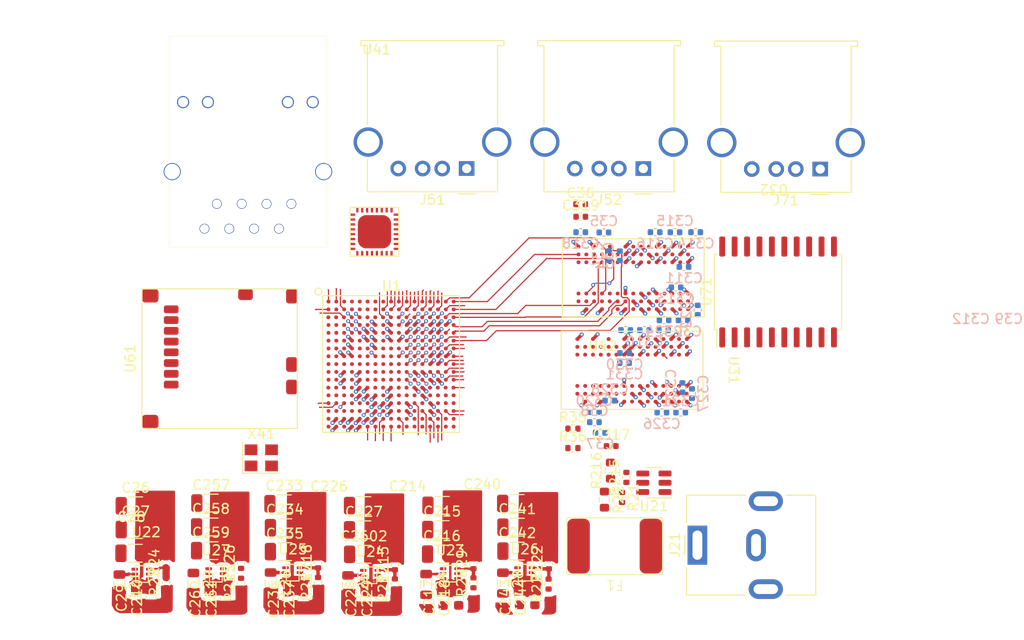
<source format=kicad_pcb>
(kicad_pcb (version 20240108) (generator "pcbnew") (generator_version "8.0")
  (layers (0 "F.Cu" signal "L1 (Sig)") (1 "In1.Cu" power "L2 (GND)") (2 "In2.Cu" power "L3 (PWR)") (3 "In3.Cu" signal "L4 (Sig)") (4 "In4.Cu" power "L5 (GND)") (5 "In5.Cu" signal "L6 (Sig)") (6 "In6.Cu" power "L7 (GND)") (7 "In7.Cu" signal "L8 (Sig)") (8 "In8.Cu" power "L9 (GND)") (31 "B.Cu" signal "L10 (Sig)") (34 "B.Paste" user) (35 "F.Paste" user) (36 "B.SilkS" user "B.Silkscreen") (37 "F.SilkS" user "F.Silkscreen") (38 "B.Mask" user) (39 "F.Mask" user) (44 "Edge.Cuts" user))
  (net 0 "")
  (net 1 "5V")
  (net 2 "GND")
  (net 3 "Net-(U1E-DDR_RESETN)")
  (net 4 "VCC_1_2")
  (net 5 "VCC_3_3_C")
  (net 6 "VCC_2_5")
  (net 7 "USBA_5V")
  (net 8 "USBA_DM")
  (net 9 "USBA_DP")
  (net 10 "USBA_SHLD")
  (net 11 "USBB_5V")
  (net 12 "USBB_DM")
  (net 13 "USBB_DP")
  (net 14 "USBB_SHLD")
  (net 16 "unconnected-(U1A-PA31-PadR17)")
  (net 17 "SD_VDD")
  (net 23 "/Power Managment_2/VCC_3_3_A_SW")
  (net 24 "/Power Managment_2/VCC_3_3_B_FB")
  (net 25 "Net-(U27-SW)")
  (net 26 "Net-(U27-FB)")
  (net 35 "PB23_MDIO")
  (net 36 "PB21_ETH_TX_D1")
  (net 37 "/MPU-SAMA5D27C_1/PB18_NC")
  (net 38 "/MPU-SAMA5D27C_1/PB9_NC")
  (net 39 "/MPU-SAMA5D27C_1/PB8_NC")
  (net 40 "/MPU-SAMA5D27C_1/PB3_NC")
  (net 41 "/MPU-SAMA5D27C_1/PB2_NC")
  (net 42 "/MPU-SAMA5D27C_1/PB1_NC")
  (net 43 "/DDR2_3/DDR_D19")
  (net 44 "/DDR2_3/DDR_D20")
  (net 45 "/DDR2_3/DDR_D23")
  (net 46 "/DDR2_3/DDR_D1")
  (net 47 "/DDR2_3/DDR_D3")
  (net 48 "/DDR2_3/DDR_D4")
  (net 49 "/DDR2_3/DDR_D6")
  (net 50 "/DDR2_3/DDR_A11")
  (net 51 "/DDR2_3/DDR_A12")
  (net 52 "PB27_UART_TX")
  (net 53 "/MPU-SAMA5D27C_1/PB25_NC")
  (net 54 "PB20_ETH_TX_D0")
  (net 55 "/MPU-SAMA5D27C_1/PB13_NC")
  (net 56 "/MPU-SAMA5D27C_1/PB11_NC")
  (net 57 "/MPU-SAMA5D27C_1/PB4_NC")
  (net 58 "/MPU-SAMA5D27C_1/PB5_NC")
  (net 59 "/DDR2_3/DDR_D16")
  (net 60 "/DDR2_3/DDR_D17")
  (net 61 "/DDR2_3/DDR_DQS2-")
  (net 62 "/DDR2_3/DDR_D22")
  (net 63 "/DDR2_3/DDR_D0")
  (net 64 "/DDR2_3/DDR_DQS0+")
  (net 65 "/DDR2_3/DDR_DQS0-")
  (net 66 "/DDR2_3/DDR_D7")
  (net 67 "/DDR2_3/DDR_A3")
  (net 68 "/DDR2_3/DDR_A2")
  (net 69 "/MPU-SAMA5D27C_1/PB31_NC")
  (net 70 "/MPU-SAMA5D27C_1/PB28_NC")
  (net 71 "PB22_MDC")
  (net 72 "PB17_ETH_RXER_ISO")
  (net 73 "PB14_ETH_RXC_BC")
  (net 74 "/MPU-SAMA5D27C_1/PB7_NC")
  (net 75 "/MPU-SAMA5D27C_1/PB6_NC")
  (net 76 "/DDR2_3/DDR_DQM2")
  (net 77 "/DDR2_3/DDR_D18")
  (net 78 "/DDR2_3/DDR_DQS2+")
  (net 79 "/DDR2_3/DDR_DQM0")
  (net 80 "/DDR2_3/DDR_D2")
  (net 81 "/DDR2_3/DDR_D5")
  (net 82 "/DDR2_3/DDR_A8")
  (net 83 "/DDR2_3/DDR_A10")
  (net 84 "/DDR2_3/DDR_A4")
  (net 85 "/DDR2_3/DDR_A1")
  (net 86 "/MPU-SAMA5D27C_1/PC9_NC")
  (net 87 "/MPU-SAMA5D27C_1/PB30_NC")
  (net 88 "/MPU-SAMA5D27C_1/PB29_NC")
  (net 89 "PB19_ETH_RXD1_PHYAD2")
  (net 90 "PB16_ETH_RXDIV_CONFIG2")
  (net 91 "/MPU-SAMA5D27C_1/PB12_NC")
  (net 92 "/MPU-SAMA5D27C_1/PC31_NC")
  (net 93 "/DDR2_3/DDR_D21")
  (net 94 "/DDR2_3/DDR_A9")
  (net 95 "/DDR2_3/DDR_CLK-")
  (net 96 "/MPU-SAMA5D27C_1/PC12_NC")
  (net 97 "/MPU-SAMA5D27C_1/PC11_NC")
  (net 98 "/MPU-SAMA5D27C_1/PC10_NC")
  (net 99 "PB26_UART_RX")
  (net 100 "PB24_~{INTRP}_NAND")
  (net 101 "/MPU-SAMA5D27C_1/PC28_NC")
  (net 102 "/MPU-SAMA5D27C_1/PD1_NC")
  (net 103 "/DDR2_3/DDR_CAL")
  (net 104 "/DDR2_3/DDR_CLK+")
  (net 105 "/MPU-SAMA5D27C_1/PC17_NC")
  (net 106 "/MPU-SAMA5D27C_1/PC15_NC")
  (net 107 "/MPU-SAMA5D27C_1/PC13_NC")
  (net 108 "/MPU-SAMA5D27C_1/PC14_NC")
  (net 109 "/MPU-SAMA5D27C_1/PC30_NC")
  (net 110 "/DDR2_3/DDR_A7")
  (net 111 "/DDR2_3/DDR_A0")
  (net 112 "/DDR2_3/DDR_RAS")
  (net 113 "/DDR2_3/DDR_A6")
  (net 114 "/DDR2_3/DDR_WE")
  (net 115 "/DDR2_3/DDR_CKE")
  (net 116 "/DDR2_3/DDR_BA2")
  (net 117 "/MPU-SAMA5D27C_1/PC21_NC")
  (net 118 "/MPU-SAMA5D27C_1/PC19_NC")
  (net 119 "/MPU-SAMA5D27C_1/PC20_NC")
  (net 120 "/MPU-SAMA5D27C_1/PC23_NC")
  (net 121 "/MPU-SAMA5D27C_1/PC16_NC")
  (net 122 "/MPU-SAMA5D27C_1/PC29_NC")
  (net 123 "/MPU-SAMA5D27C_1/PD2_NC")
  (net 124 "/MPU-SAMA5D27C_1/PD0_NC")
  (net 125 "/DDR2_3/DDR_A13")
  (net 126 "/DDR2_3/DDR_CAS")
  (net 127 "/DDR2_3/DDR_CS")
  (net 128 "/DDR2_3/DDR_A5")
  (net 129 "/DDR2_3/DDR_DQM1")
  (net 130 "/DDR2_3/DDR_D9")
  (net 131 "/DDR2_3/DDR_D8")
  (net 132 "/MPU-SAMA5D27C_1/PC24_NC")
  (net 133 "/MPU-SAMA5D27C_1/PC22_NC")
  (net 134 "/MPU-SAMA5D27C_1/PC25_NC")
  (net 135 "/MPU-SAMA5D27C_1/PC18_NC")
  (net 136 "PB15_ETH_TX_EN")
  (net 137 "/MPU-SAMA5D27C_1/PB10_NC")
  (net 138 "/MPU-SAMA5D27C_1/PC27_NC")
  (net 139 "/DDR2_3/DDR_D25")
  (net 140 "/DDR2_3/DDR_DQM3")
  (net 141 "/DDR2_3/DDR_BA0")
  (net 142 "/DDR2_3/DDR_BA1")
  (net 143 "/DDR2_3/DDR_D10")
  (net 144 "/MPU-SAMA5D27C_1/PD8_NC")
  (net 145 "/MPU-SAMA5D27C_1/PD6_NC")
  (net 146 "/MPU-SAMA5D27C_1/PD10_NC")
  (net 147 "/MPU-SAMA5D27C_1/PD5_NC")
  (net 148 "/MPU-SAMA5D27C_1/PD18_NC")
  (net 149 "/MPU-SAMA5D27C_1/PD4_NC")
  (net 150 "/MPU-SAMA5D27C_1/PD7_NC")
  (net 151 "/MPU-SAMA5D27C_1/PB0_NC")
  (net 152 "/MPU-SAMA5D27C_1/PC26_NC")
  (net 153 "/MPU-SAMA5D27C_1/PC8_NC")
  (net 154 "/DDR2_3/DDR_D26")
  (net 155 "/DDR2_3/DDR_D24")
  (net 156 "/DDR2_3/DDR_D13")
  (net 157 "/DDR2_3/DDR_DQS1-")
  (net 158 "/DDR2_3/DDR_DQS1+")
  (net 159 "/MPU-SAMA5D27C_1/PD3_NC")
  (net 160 "/MPU-SAMA5D27C_1/PD17_NC")
  (net 161 "/MPU-SAMA5D27C_1/PD14_NC")
  (net 162 "/MPU-SAMA5D27C_1/PD19_NC")
  (net 163 "/MPU-SAMA5D27C_1/PD15_NC")
  (net 164 "/MPU-SAMA5D27C_1/PD12_NC")
  (net 165 "/MPU-SAMA5D27C_1/PD9_NC")
  (net 166 "/MPU-SAMA5D27C_1/PC6_NC")
  (net 167 "/DDR2_3/DDR_D27")
  (net 168 "/DDR2_3/DDR_D14")
  (net 169 "/DDR2_3/DDR_D15")
  (net 170 "/DDR2_3/DDR_D12")
  (net 171 "/DDR2_3/DDR_D11")
  (net 172 "/MPU-SAMA5D27C_1/PD16_NC")
  (net 173 "/MPU-SAMA5D27C_1/PD13_NC")
  (net 174 "/MPU-SAMA5D27C_1/PD22_NC")
  (net 175 "/MPU-SAMA5D27C_1/PD25_NC")
  (net 176 "/MPU-SAMA5D27C_1/PD24_NC")
  (net 177 "/MPU-SAMA5D27C_1/PD27_NC")
  (net 178 "/MPU-SAMA5D27C_1/PD30_NC")
  (net 179 "/MPU-SAMA5D27C_1/PC5_NC")
  (net 180 "/DDR2_3/DDR_D29")
  (net 181 "/DDR2_3/DDR_D30")
  (net 182 "/DDR2_3/DDR_D28")
  (net 183 "/DDR2_3/DDR_DQS3-")
  (net 184 "/DDR2_3/DDR_DQS3+")
  (net 185 "/MPU-SAMA5D27C_1/PD11_NC")
  (net 186 "/MPU-SAMA5D27C_1/PD20_NC")
  (net 187 "/MPU-SAMA5D27C_1/PD23_NC")
  (net 188 "/MPU-SAMA5D27C_1/PD28_NC")
  (net 189 "/MPU-SAMA5D27C_1/PD31_NC")
  (net 190 "/MPU-SAMA5D27C_1/PIOBU7_NC")
  (net 191 "/MPU-SAMA5D27C_1/PA16_NC")
  (net 192 "/MPU-SAMA5D27C_1/PC4_NC")
  (net 193 "/MPU-SAMA5D27C_1/PA14_NC")
  (net 194 "/MPU-SAMA5D27C_1/PC3_NC")
  (net 195 "/MPU-SAMA5D27C_1/PC7_NC")
  (net 196 "/DDR2_3/DDR_D31")
  (net 197 "/MPU-SAMA5D27C_1/PD21_NC")
  (net 198 "/MPU-SAMA5D27C_1/PD26_NC")
  (net 199 "/MPU-SAMA5D27C_1/PD29_NC")
  (net 200 "/MPU-SAMA5D27C_1/PIOBU1_NC")
  (net 201 "/MPU-SAMA5D27C_1/PA8_NC")
  (net 202 "/MPU-SAMA5D27C_1/PA9_NC")
  (net 203 "/MPU-SAMA5D27C_1/PC1_NC")
  (net 204 "/MPU-SAMA5D27C_1/PC2_NC")
  (net 205 "/MPU-SAMA5D27C_1/PA12_NC")
  (net 206 "/MPU-SAMA5D27C_1/PA15_NC")
  (net 207 "/MPU-SAMA5D27C_1/PA17_NC")
  (net 208 "/MPU-SAMA5D27C_1/XIN32")
  (net 209 "/MPU-SAMA5D27C_1/XOUT32")
  (net 210 "/MPU-SAMA5D27C_1/TST")
  (net 211 "/MPU-SAMA5D27C_1/PIOBU5_NC")
  (net 212 "/MPU-SAMA5D27C_1/PIOBU6_NC")
  (net 213 "/MPU-SAMA5D27C_1/PA1_NC")
  (net 214 "PA20_SD_DAT2")
  (net 215 "/MPU-SAMA5D27C_1/PA11_NC")
  (net 216 "/MPU-SAMA5D27C_1/PA13_NC")
  (net 217 "/MPU-SAMA5D27C_1/PC0_NC")
  (net 218 "/MPU-SAMA5D27C_1/PIOBU2_NC")
  (net 219 "/MPU-SAMA5D27C_1/PIOBU0_NC")
  (net 220 "/MPU-SAMA5D27C_1/PIOBU4_NC")
  (net 221 "/MPU-SAMA5D27C_1/PIOBU3_NC")
  (net 222 "/MPU-SAMA5D27C_1/VBG")
  (net 223 "/MPU-SAMA5D27C_1/PA3_NC")
  (net 224 "/MPU-SAMA5D27C_1/PA6_NC")
  (net 225 "PA21_SD_DAT3")
  (net 226 "PA30_SD_DET_SW")
  (net 227 "PA28_SD_CMD")
  (net 228 "/MPU-SAMA5D27C_1/COMPP_NC")
  (net 229 "/MPU-SAMA5D27C_1/VDDAUIDOPLL")
  (net 230 "/MPU-SAMA5D27C_1/VDDOSC")
  (net 231 "/MPU-SAMA5D27C_1/HHSDPDATC_NC")
  (net 232 "/MPU-SAMA5D27C_1/SDCAL")
  (net 233 "/MPU-SAMA5D27C_1/PA2_NC")
  (net 234 "/MPU-SAMA5D27C_1/PA5_NC")
  (net 235 "/MPU-SAMA5D27C_1/PA7_NC")
  (net 236 "PA19_SD_DAT1")
  (net 237 "/MPU-SAMA5D27C_1/COMPN_NC")
  (net 238 "/MPU-SAMA5D27C_1/VDDPLLA")
  (net 239 "/MPU-SAMA5D27C_1/XOUT")
  (net 240 "/MPU-SAMA5D27C_1/XIN")
  (net 241 "/MPU-SAMA5D27C_1/HHSDMSTRC_NC")
  (net 242 "/MPU-SAMA5D27C_1/PA0_NC")
  (net 243 "/MPU-SAMA5D27C_1/PA4_NC")
  (net 244 "/MPU-SAMA5D27C_1/PA10_NC")
  (net 245 "PA18_SD_DAT0")
  (net 246 "PA22_SD_CLK")
  (net 247 "/Power Managment_2/PS_GRP2_EN")
  (net 248 "/Power Managment_2/PS_GRP1_EN")
  (net 249 "VCC_3_3_A")
  (net 250 "/UART_7/VDD")
  (net 251 "/UART_7/OSC1")
  (net 252 "/UART_7/OSC2")
  (net 253 "/UART_7/~{RST}")
  (net 254 "/UART_7/TX_LED")
  (net 255 "/UART_7/RX_LED")
  (net 263 "/UART_7/VUSB")
  (net 264 "/UART_7/D-")
  (net 265 "/UART_7/D+")
  (net 266 "/Ethernet_MAC_4/ETH_XI")
  (net 267 "/Ethernet_MAC_4/ETH_XO")
  (net 268 "/MPU-SAMA5D27C_1/PA26_NC")
  (net 269 "/MPU-SAMA5D27C_1/PA25_NC")
  (net 270 "/MPU-SAMA5D27C_1/PA23_NC")
  (net 271 "/MPU-SAMA5D27C_1/PA27_NC")
  (net 272 "/MPU-SAMA5D27C_1/PA24_NC")
  (net 273 "/Ethernet_MAC_4/ETH_RXD2_PHYAD1")
  (net 274 "/Ethernet_MAC_4/RXM")
  (net 275 "/Ethernet_MAC_4/ETH_RXD3_PHYAD0")
  (net 276 "/Ethernet_MAC_4/REXT")
  (net 277 "/Ethernet_MAC_4/ETH_RXDIV_CONFIG2")
  (net 278 "/Ethernet_MAC_4/VDDA_3V3")
  (net 279 "/Ethernet_MAC_4/ETH_CRS_CONFI1")
  (net 280 "/Ethernet_MAC_4/ETH_RXC_BC")
  (net 281 "/Ethernet_MAC_4/ETH_TX_EN")
  (net 282 "/Ethernet_MAC_4/ETH_LED1")
  (net 283 "/Ethernet_MAC_4/ETH_RXER_ISO")
  (net 284 "/Ethernet_MAC_4/TXP")
  (net 285 "/Ethernet_MAC_4/ETH_COL_CONFI2")
  (net 286 "/Ethernet_MAC_4/ETH_LED0")
  (net 287 "/Ethernet_MAC_4/MDIO")
  (net 289 "/Ethernet_MAC_4/ETH_RXD0_DUPLEX")
  (net 290 "/Ethernet_MAC_4/RXP")
  (net 291 "~{RESET}")
  (net 293 "/Ethernet_MAC_4/TXM")
  (net 294 "/Ethernet_MAC_4/~{INTRP}_NAND")
  (net 295 "/Ethernet_MAC_4/ETH_RXD1_PHYAD2")
  (net 296 "/Ethernet_MAC_4/VDDIO")
  (net 297 "/Ethernet_MAC_4/ETH_TX_D0")
  (net 298 "DDR_VREF")
  (net 299 "/Ethernet_MAC_4/MDC")
  (net 300 "/Ethernet_MAC_4/ETH_TX_D1")
  (net 302 "CH_GND")
  (net 303 "/Ethernet_MAC_4/LED0_PWR")
  (net 304 "/Ethernet_MAC_4/CT1")
  (net 305 "/Ethernet_MAC_4/CT2")
  (net 306 "/Ethernet_MAC_4/LED1_PWR")
  (net 308 "SD_CMD")
  (net 309 "DET_LEVER")
  (net 310 "SD_CLK")
  (net 311 "SD_DET_SW")
  (net 312 "/Power Managment_2/VCC_3_3_A_FB")
  (net 313 "/Power Managment_2/VCC_3_3_B_SW")
  (net 314 "/Power Managment_2/VCC_3_3_C_SW")
  (net 315 "/Power Managment_2/VCC_3_3_C_FB")
  (net 316 "/Power Managment_2/VCC_1_2_SW")
  (net 317 "/Power Managment_2/VCC_1_2_DDR_SW")
  (net 318 "/Power Managment_2/VCC_1_2_FB")
  (net 319 "/Power Managment_2/VCC_1_2_DDR_FB")
  (net 320 "VCC_1_8_DDR")
  (net 321 "USB_UART_SHLD")
  (net 322 "/Power Managment_2/PS_GRP1_EN_DIV")
  (net 323 "/Power Managment_2/PS_GRP2_EN_DIV")
  (net 324 "VCC")
  (net 325 "Net-(U31-ODT)")
  (net 326 "Net-(U32-ODT)")
  (footprint "Inductor_SMD:L_0805_2012Metric" (layer "F.Cu") (at 109.58 113.775 -90)
    (property "Reference" "L26")
    (property "Value" "1u")
  )
  (footprint "Resistor_SMD:R_0402_1005Metric" (layer "F.Cu") (at 114.43 111.725 90)
    (property "Reference" "R218")
    (property "Value" "10k")
  )
  (footprint "Capacitor_SMD:C_1206_3216Metric" (layer "F.Cu") (at 134.79 105.645)
    (property "Reference" "C240")
    (property "Value" "10u")
  )
  (footprint "Capacitor_SMD:C_0603_1608Metric" (layer "F.Cu") (at 119.26 115.375 90)
    (property "Reference" "C228")
    (property "Value" "22u")
  )
  (footprint "Resistor_SMD:R_0402_1005Metric" (layer "F.Cu") (at 114.43 113.725 90)
    (property "Reference" "R217")
    (property "Value" "10k")
  )
  (footprint "Capacitor_SMD:C_1206_3216Metric" (layer "F.Cu") (at 103.48 110.475)
    (property "Reference" "C259")
    (property "Value" "0.1u")
  )
  (footprint "Capacitor_SMD:C_1206_3216Metric" (layer "F.Cu") (at 119.13 110.85)
    (property "Reference" "C2602")
    (property "Value" "0.1u")
  )
  (footprint "Connector_USB:USB_A_Molex_67643_Horizontal" (layer "F.Cu") (at 165.8 71.41 180)
    (property "Reference" "J71")
    (property "Value" "USB_A")
  )
  (footprint "fryelabs_kicad_footprint_lib:TPS564247DRLR" (layer "F.Cu") (at 119.79 112.99)
    (property "Reference" "U24")
    (property "Value" "TPS564242DRL")
  )
  (footprint "Capacitor_SMD:C_0402_1005Metric" (layer "F.Cu") (at 144.42 99.77)
    (property "Reference" "C317")
    (property "Value" "10u")
  )
  (footprint "Capacitor_SMD:C_1206_3216Metric" (layer "F.Cu") (at 119.12 105.86)
    (property "Reference" "C226")
    (property "Value" "10u")
  )
  (footprint "Capacitor_SMD:C_0603_1608Metric" (layer "F.Cu") (at 120.89 115.38 90)
    (property "Reference" "C229")
    (property "Value" "22u")
  )
  (footprint "Inductor_SMD:L_0805_2012Metric" (layer "F.Cu") (at 117.5 114.07 -90)
    (property "Reference" "L25")
    (property "Value" "2.2u")
  )
  (footprint "Inductor_SMD:L_0805_2012Metric" (layer "F.Cu") (at 125.485 113.935 -90)
    (property "Reference" "L24")
    (property "Value" "2.2u")
  )
  (footprint "Resistor_SMD:R_0402_1005Metric" (layer "F.Cu") (at 140.5 99.975)
    (property "Reference" "R36")
    (property "Value" "100k")
  )
  (footprint "Resistor_SMD:R_0603_1608Metric" (layer "F.Cu") (at 144.35 102.275 90)
    (property "Reference" "R216")
    (property "Value" "36.5k")
  )
  (footprint "Capacitor_SMD:C_1206_3216Metric" (layer "F.Cu") (at 95.77 105.88)
    (property "Reference" "C26")
    (property "Value" "10u")
  )
  (footprint "fryelabs_kicad_footprint_lib:TPS564247DRLR" (layer "F.Cu") (at 135.565 112.72)
    (property "Reference" "U26")
    (property "Value" "TPS564242DRL")
  )
  (footprint "Capacitor_SMD:C_1206_3216Metric" (layer "F.Cu") (at 95.74 110.74)
    (property "Reference" "C28")
    (property "Value" "0.1u")
  )
  (footprint "Capacitor_SMD:C_1206_3216Metric" (layer "F.Cu") (at 127.145 105.835)
    (property "Reference" "C214")
    (property "Value" "10u")
  )
  (footprint "Connector_USB:USB_A_Molex_67643_Horizontal" (layer "F.Cu") (at 129.635 71.355 180)
    (property "Reference" "J51")
    (property "Value" "USB_A")
  )
  (footprint "Resistor_SMD:R_0402_1005Metric" (layer "F.Cu") (at 98.89 113.75 90)
    (property "Reference" "R23")
    (property "Value" "100k")
  )
  (footprint "fryelabs_kicad_footprint_lib:TPS564247DRLR" (layer "F.Cu") (at 111.84 112.725)
    (property "Reference" "U25")
    (property "Value" "TPS564242DRL")
  )
  (footprint "Package_TO_SOT_SMD:SOT-23-6" (layer "F.Cu") (at 148.7875 103.525 180)
    (property "Reference" "U21")
    (property "Value" "LM3880")
  )
  (footprint "Connector_USB:USB_A_Molex_67643_Horizontal" (layer "F.Cu") (at 147.7 71.36 180)
    (property "Reference" "J52")
    (property "Value" "USB_A")
  )
  (footprint "Resistor_SMD:R_0402_1005Metric" (layer "F.Cu") (at 122.29 111.92 90)
    (property "Reference" "R213")
    (property "Value" "22.1k")
  )
  (footprint "Capacitor_SMD:C_1206_3216Metric" (layer "F.Cu") (at 127.125 108.315)
    (property "Reference" "C215")
    (property "Value" "10u")
  )
  (footprint "Oscillator:Oscillator_SMD_Abracon_ASE-4Pin_3.2x2.5mm" (layer "F.Cu") (at 108.625 100.975)
    (property "Reference" "X41")
    (property "Value" "ECS-2520MV-xxx-xx")
  )
  (footprint "Resistor_SMD:R_0402_1005Metric" (layer "F.Cu") (at 130.325 113.765 90)
    (property "Reference" "R28")
    (property "Value" "100k")
  )
  (footprint "Package_SO:SOIC-20W_7.5x12.8mm_P1.27mm" (layer "F.Cu") (at 161.49 83.99 90)
    (property "Reference" "U71")
    (property "Value" "MCP2200-I-SO")
  )
  (footprint "Capacitor_SMD:C_1206_3216Metric" (layer "F.Cu") (at 103.505 105.6)
    (property "Reference" "C257")
    (property "Value" "10u")
  )
  (footprint "Resistor_SMD:R_0402_1005Metric" (layer "F.Cu") (at 138.015 113.895 90)
    (property "Reference" "R221")
    (property "Value" "20k")
  )
  (footprint "Resistor_SMD:R_0402_1005Metric" (layer "F.Cu") (at 106.555 113.81 90)
    (property "Reference" "R225")
    (property "Value" "32k")
  )
  (footprint "Capacitor_SMD:C_0603_1608Metric" (layer "F.Cu") (at 103.305 115.45 90)
    (property "Reference" "C260")
    (property "Value" "22u")
  )
  (footprint "Capacitor_SMD:C_0603_1608Metric" (layer "F.Cu") (at 127.225 115.315 90)
    (property "Reference" "C217")
    (property "Value" "22u")
  )
  (footprint "Capacitor_SMD:C_1206_3216Metric" (layer "F.Cu") (at 95.77 108.31)
    (property "Reference" "C27")
    (property "Value" "10u")
  )
  (footprint "Connector_BarrelJack:BarrelJack_CUI_PJ-063AH_Horizontal" (layer "F.Cu") (at 153.235 109.91 90)
    (property "Reference" "J21")
    (property "Value" "Barrel_Jack_Switch_Pin3Ring")
  )
  (footprint "Capacitor_SMD:C_1206_3216Metric" (layer "F.Cu") (at 110.98 105.675)
    (property "Reference" "C233")
    (property "Value" "10u")
  )
  (footprint "Capacitor_SMD:C_1206_3216Metric" (layer "F.Cu") (at 134.815 110.52)
    (property "Reference" "C242")
    (property "Value" "0.1u")
  )
  (footprint "Resistor_SMD:R_0402_1005Metric" (layer "F.Cu") (at 138.04 111.82 90)
    (property "Reference" "R222")
    (property "Value" "10k")
  )
  (footprint "Capacitor_SMD:C_0603_1608Metric" (layer "F.Cu") (at 135.04 115.245 90)
    (property "Reference" "C243")
    (property "Value" "22u")
  )
  (footprint "Capacitor_SMD:C_0402_1005Metric" (layer "F.Cu") (at 141.29 75.01)
    (property "Reference" "C36")
    (property "Value" "1u")
  )
  (footprint "fryelabs_kicad_footprint_lib:TPS564247DRLR" (layer "F.Cu") (at 103.98 112.825)
    (property "Reference" "U27")
    (property "Value" "TPS564242DRL")
  )
  (footprint "Resistor_SMD:R_0402_1005Metric" (layer "F.Cu") (at 140.5 97.985)
    (property "Reference" "R35")
    (property "Value" "100k")
  )
  (footprint "Resistor_SMD:R_0402_1005Metric" (layer "F.Cu") (at 98.86 111.71 90)
    (property "Reference" "R24")
    (property "Value" "22.1k")
  )
  (footprint "Inductor_SMD:L_0805_2012Metric" (layer "F.Cu") (at 133.34 113.795 -90)
    (property "Reference" "L28")
    (property "Value" "1u")
  )
  (footprint "Resistor_SMD:R_0402_1005Metric" (layer "F.Cu") (at 130.325 111.815 90)
    (property "Reference" "R29")
    (property "Value" "22.1k")
  )
  (footprint "fryelabs_kicad_footprint_lib:W972GG6KB-25" (layer "F.Cu") (at 146.675 82.55 -90)
    (property "Reference" "U32")
    (property "Value" "W972GG6KB-25")
  )
  (footprint "Capacitor_SMD:C_0603_1608Metric" (layer "F.Cu") (at 136.615 115.245 90)
    (property "Reference" "C244")
    (property "Value" "22u")
  )
  (footprint "Inductor_SMD:L_0805_2012Metric" (layer "F.Cu") (at 101.68 113.825 -90)
    (property "Reference" "L29")
    (property "Value" "1u")
  )
  (footprint "fryelabs_kicad_footprint_lib:TPS564247DRLR" (layer "F.Cu") (at 96.42 112.87)
    (property "Reference" "U22")
    (property "Value" "TPS564242DRL")
  )
  (footprint "Resistor_SMD:R_0402_1005Metric" (layer "F.Cu") (at 145.525 105.025 -90)
    (property "Reference" "R21")
    (property "Value" "100k")
  )
  (footprint "Capacitor_SMD:C_0603_1608Metric" (layer "F.Cu") (at 111.33 115.475 90)
    (property "Reference" "C236")
    (property "Value" "22u")
  )
  (footprint "Capacitor_SMD:C_0603_1608Metric" (layer "F.Cu") (at 97.34 115.29 90)
    (property "Reference" "C210")
    (property "Value" "22u")
  )
  (footprint "Capacitor_SMD:C_1206_3216Metric" (layer "F.Cu") (at 127.105 110.825)
    (property "Reference" "C216")
    (property "Value" "0.1u")
  )
  (footprint "Capacitor_SMD:C_1206_3216Metric" (layer "F.Cu") (at 111.03 110.575)
    (property "Reference" "C235")
    (property "Value" "0.1u")
  )
  (footprint "Resistor_SMD:R_0603_1608Metric" (layer "F.Cu") (at 143.725 105.25 -90)
    (property "Reference" "R22")
    (property "Value" "36.5k")
  )
  (footprint "Capacitor_SMD:C_0603_1608Metric" (layer "F.Cu") (at 95.77 115.3 90)
    (property "Reference" "C29")
    (property "Value" "22u")
  )
  (footprint "Capacitor_SMD:C_0603_1608Metric" (layer "F.Cu") (at 128.815 115.295 90)
    (property "Reference" "C218")
    (property "Value" "22u")
  )
  (footprint "Resistor_SMD:R_0402_1005Metric" (layer "F.Cu") (at 106.555 111.775 90)
    (property "Reference" "R226")
    (property "Value" "10k")
  )
  (footprint "Capacitor_SMD:C_0603_1608Metric" (layer "F.Cu") (at 104.955 115.425 90)
    (property "Reference" "C261")
    (property "Value" "22u")
  )
  (footprint "Resistor_SMD:R_0402_1005Metric" (layer "F.Cu") (at 122.29 113.88 90)
    (property "Reference" "R212")
    (property "Value" "100k")
  )
  (footprint "fryelabs_kicad_footprint_lib:W972GG6KB-25" (layer "F.Cu") (at 146.555 92.01 -90)
    (property "Reference" "U31")
    (property "Value" "W972GG6KB-25")
  )
  (footprint "Capacitor_SMD:C_0402_1005Metric" (layer "F.Cu") (at 141.3 76.29)
    (property "Reference" "C319")
    (property "Value" "1u")
  )
  (footprint "fryelabs_kicad_footprint_lib:KSZ8081RNB" (layer "F.Cu") (at 120.2 77.825)
    (property "Reference" "U41")
    (property "Value" "KSZ8081RNB")
  )
  (footprint "fryelabs_kicad_footprint_lib:0ZCF0050FF2C" (layer "F.Cu") (at 144.78 110.01 180)
    (property "Reference" "F1")
    (property "Value" "Fuse")
  )
  (footprint "fryelabs_kicad_footprint_lib:ATSAMA5D27C" (layer "F.Cu") (at 121.9 91.375)
    (property "Reference" "U1")
    (property "Value" "ATSAMA5D27C")
  )
  (footprint "Capacitor_SMD:C_1206_3216Metric" (layer "F.Cu") (at 119.12 108.34)
    (property "Reference" "C227")
    (property "Value" "10u")
  )
  (footprint "fryelabs_kicad_footprint_lib:TPS564247DRLR" (layer "F.Cu") (at 127.955 112.825)
    (property "Reference" "U23")
    (property "Value" "TPS564242DRL")
  )
  (footprint "Capacitor_SMD:C_1206_3216Metric" (layer "F.Cu") (at 134.815 108.07)
    (property "Reference" "C241")
    (property "Value" "10u")
  )
  (footprint "Inductor_SMD:L_0805_2012Metric" (layer "F.Cu") (at 94.11 113.98 -90)
    (property "Reference" "L21")
    (property "Value" "2.2u")
  )
  (footprint "Capacitor_SMD:C_0603_1608Metric" (layer "F.Cu") (at 112.93 115.475 90)
    (property "Reference" "C237")
    (property "Value" "22u")
  )
  (footprint "fryelabs_kicad_footprint_lib:molex_5025700893" (layer "F.Cu") (at 104.36 90.82 90)
    (property "Reference" "U61")
    (property "Value" "molex_5025700893")
  )
  (footprint "Capacitor_SMD:C_1206_3216Metric" (layer "F.Cu") (at 103.48 108.05)
    (property "Reference" "C258")
    (property "Value" "10u")
  )
  (footprint "fryelabs_kicad_footprint_lib:SI-60110-F" (layer "F.Cu") (at 107.2556 68.619 180)
    (property "Reference" "U42")
    (property "Value" "SI-60110-F")
  )
  (footprint "Capacitor_SMD:C_1206_3216Metric" (layer "F.Cu") (at 111.03 108.125)
    (property "Reference" "C234")
    (property "Value" "10u")
  )
  (footprint "Resistor_SMD:R_0402_1005Metric" (layer "F.Cu") (at 145.975 102.975 90)
    (property "Reference" "R215")
    (property "Value" "100k")
  )
  (footprint "Capacitor_SMD:C_0402_1005Metric" (layer "B.Cu") (at 142.7 97.325 180)
    (property "Reference" "C38")
    (property "Value" "100n")
  )
  (footprint "Capacitor_SMD:C_0402_1005Metric" (layer "B.Cu") (at 144.21 80.27 -90)
    (property "Reference" "C34")
    (property "Value" "1n")
  )
  (footprint "Capacitor_SMD:C_0402_1005Metric" (layer "B.Cu") (at 152.68 94.39 90)
    (property "Reference" "C327")
    (property "Value" "1n")
  )
  (footprint "Capacitor_SMD:C_0402_1005Metric" (layer "B.Cu") (at 145.9 87.9 180)
    (property "Reference" "C39")
    (property "Value" "100n")
  )
  (footprint "Capacitor_SMD:C_0402_1005Metric" (layer "B.Cu") (at 151.7 93.78 -90)
    (property "Reference" "C325")
    (property "Value" "100n")
  )
  (footprint "Capacitor_SMD:C_0402_1005Metric" (layer "B.Cu") (at 149.775 87.9 180)
    (property "Reference" "C312")
    (property "Value" "100n")
  )
  (footprint "Capacitor_SMD:C_0402_1005Metric" (layer "B.Cu") (at 153.27 85.84 -90)
    (property "Reference" "C322")
    (property "Value" "100n")
  )
  (footprint "Capacitor_SMD:C_0402_1005Metric" (layer "B.Cu") (at 153.06 77.87)
    (property "Reference" "C314")
    (property "Value" "1n")
  )
  (footprint "Capacitor_SMD:C_0402_1005Metric" (layer "B.Cu") (at 150.94 77.88 180)
    (property "Reference" "C315")
    (property "Value" "1n")
  )
  (footprint "Capacitor_SMD:C_0402_1005Metric" (layer "B.Cu") (at 145.3 80.29 -90)
    (property "Reference" "C33")
    (property "Value" "100n")
  )
  (footprint "Capacitor_SMD:C_0402_1005Metric" (layer "B.Cu") (at 151.775 86.875)
    (property "Reference" "C323")
    (property "Value" "100n")
  )
  (footprint "Capacitor_SMD:C_0402_1005Metric" (layer "B.Cu") (at 145.78 91.26)
    (property "Reference" "C331")
    (property "Value" "100nf")
  )
  (footprint "Capacitor_SMD:C_0402_1005Metric" (layer "B.Cu") (at 148.91 77.87)
    (property "Reference" "C316")
    (property "Value" "1n")
  )
  (footprint "Capacitor_SMD:C_0402_1005Metric" (layer "B.Cu") (at 141.3 77.875)
    (property "Reference" "C318")
    (property "Value" "1u")
  )
  (footprint "Capacitor_SMD:C_0402_1005Metric" (layer "B.Cu") (at 147.825 87.9)
    (property "Reference" "C310")
    (property "Value" "100n")
  )
  (footprint "Capacitor_SMD:C_0402_1005Metric" (layer "B.Cu") (at 143.675 77.9 180)
    (property "Reference" "C35")
    (property "Value" "10u")
  )
  (footprint "Capacitor_SMD:C_0402_1005Metric" (layer "B.Cu") (at 151.86 81.42)
    (property "Reference" "C311")
    (property "Value" "100n")
  )
  (footprint "Capacitor_SMD:C_0402_1005Metric" (layer "B.Cu") (at 142.7 96.275 180)
    (property "Reference" "C320")
    (property "Value" "100n")
  )
  (footprint "Capacitor_SMD:C_0402_1005Metric" (layer "B.Cu") (at 151.525 96.325 180)
    (property "Reference" "C321")
    (property "Value" "100n")
  )
  (footprint "Capacitor_SMD:C_0402_1005Metric" (layer "B.Cu") (at 143.3 98.4)
    (property "Reference" "C37")
    (property "Value" "1u")
  )
  (footprint "Capacitor_SMD:C_0402_1005Metric" (layer "B.Cu") (at 149.6 96.325)
    (property "Reference" "C326")
    (property "Value" "1n")
  )
  (footprint "Capacitor_SMD:C_0402_1005Metric" (layer "B.Cu") (at 144.27 95.11 180)
    (property "Reference" "C328")
    (property "Value" "1n")
  )
  (footprint "Capacitor_SMD:C_0402_1005Metric" (layer "B.Cu") (at 149.825 86.875)
    (property "Reference" "C324")
    (property "Value" "100n")
  )
  (footprint "Capacitor_SMD:C_0402_1005Metric" (layer "B.Cu") (at 151.05 83.525)
    (property "Reference" "C313")
    (property "Value" "100n")
  )
  (footprint "Capacitor_SMD:C_0402_1005Metric" (layer "B.Cu") (at 145.79 90.25)
    (property "Reference" "C330")
    (property "Value" "100n")
  )
  (segment (start 148.155 94.41) (end 148.16 94.41) (width 0.35) (layer "F.Cu") (net 2))
  (segment (start 146.555 94.41) (end 146.56 94.41) (width 0.35) (layer "F.Cu") (net 2))
  (segment (start 119.87 113.49) (end 119.84 113.52) (width 0.15) (layer "F.Cu") (net 2))
  (segment (start 125.116098 93.786098) (end 125.505 94.175) (width 0.35) (layer "F.Cu") (net 2))
  (segment (start 149.755 89.61) (end 149.755 89.595) (width 0.35) (layer "F.Cu") (net 2))
  (segment (start 111.1 113.225) (end 111.63 113.225) (width 0.35) (layer "F.Cu") (net 2))
  (segment (start 95.86 113.55) (end 95.86 113.67) (width 0.35) (layer "F.Cu") (net 2))
  (segment (start 146.925 89.24) (end 146.925 89.225) (width 0.35) (layer "F.Cu") (net 2))
  (segment (start 148.165 89.61) (end 148.525 89.25) (width 0.35) (layer "F.Cu") (net 2))
  (segment (start 149.075 84.15) (end 148.675 83.75) (width 0.35) (layer "F.Cu") (net 2))
  (segment (start 149.755 94.41) (end 149.755 94.42) (width 0.35) (layer "F.Cu") (net 2))
  (segment (start 142.185 78.875) (end 142.21 78.9) (width 0.35) (layer "F.Cu") (net 2))
  (segment (start 135.04 114.47) (end 135.59 113.92) (width 0.35) (layer "F.Cu") (net 2))
  (segment (start 146.675 84.95) (end 146.7 84.975) (width 0.35) (layer "F.Cu") (net 2))
  (segment (start 149.755 89.595) (end 150.1 89.25) (width 0.35) (layer "F.Cu") (net 2))
  (segment (start 125.925 88.175) (end 126.275 87.825) (width 0.35) (layer "F.Cu") (net 2))
  (segment (start 125.9 87.375) (end 125.93 87.375) (width 0.35) (layer "F.Cu") (net 2))
  (segment (start 146.555 89.61) (end 145.755 90.41) (width 0.35) (layer "F.Cu") (net 2))
  (segment (start 148.65 80.525) (end 148.6 80.475) (width 0.35) (layer "F.Cu") (net 2))
  (segment (start 120.3 88.17) (end 119.93 87.8) (width 0.35) (layer "F.Cu") (net 2))
  (segment (start 117.9 90.57) (end 117.53 90.2) (width 0.35) (layer "F.Cu") (net 2))
  (segment (start 95.68 113.37) (end 95.86 113.55) (width 0.35) (layer "F.Cu") (net 2))
  (segment (start 111.33 114.7) (end 111.78 114.25) (width 0.35) (layer "F.Cu") (net 2))
  (segment (start 125.914833 87.375) (end 126.289833 87) (width 0.35) (layer "F.Cu") (net 2))
  (segment (start 119.84 113.52) (end 119.84 113.27) (width 0.35) (layer "F.Cu") (net 2))
  (segment (start 148.675 83.75) (end 148.7 83.775) (width 0.35) (layer "F.Cu") (net 2))
  (segment (start 145.875 84.15) (end 145.875 83.575) (width 0.35) (layer "F.Cu") (net 2))
  (segment (start 125.9 95.375) (end 125.905 95.375) (width 0.35) (layer "F.Cu") (net 2))
  (segment (start 120.3 96.175) (end 120.3 96.22548) (width 0.35) (layer "F.Cu") (net 2))
  (segment (start 125.08252 93.786098) (end 125.116098 93.786098) (width 0.35) (layer "F.Cu") (net 2))
  (segment (start 127.715 113.715) (end 127.955 113.475) (width 0.25) (layer "F.Cu") (net 2))
  (segment (start 120.89 114.605) (end 120.625 114.605) (width 0.35) (layer "F.Cu") (net 2))
  (segment (start 126.255 87.825) (end 126.275 87.825) (width 0.35) (layer "F.Cu") (net 2))
  (segment (start 149.875 80.15) (end 150.25 79.775) (width 0.35) (layer "F.Cu") (net 2))
  (segment (start 124.305 88.175) (end 124.705 87.775) (width 0.35) (layer "F.Cu") (net 2))
  (segment (start 149.755 94.42) (end 149.375 94.8) (width 0.35) (layer "F.Cu") (net 2))
  (segment (start 119.5 88.975) (end 119.5 88.97) (width 0.35) (layer "F.Cu") (net 2))
  (segment (start 148.7 85.35) (end 148.7 85.375) (width 0.35) (layer "F.Cu") (net 2))
  (segment (start 95.68 113.37) (end 96.040338 113.37) (width 0.35) (layer "F.Cu") (net 2))
  (segment (start 151.355 89.595) (end 151.725 89.225) (width 0.35) (layer "F.Cu") (net 2))
  (segment (start 121.9 88.175) (end 121.9 88.17) (width 0.35) (layer "F.Cu") (net 2))
  (segment (start 146.275 80.55) (end 146.225 80.6) (width 0.35) (layer "F.Cu") (net 2))
  (segment (start 151.355 94.41) (end 151.355 94.405) (width 0.35) (layer "F.Cu") (net 2))
  (segment (start 150.275 79.75) (end 150.275 79.775) (width 0.35) (layer "F.Cu") (net 2))
  (segment (start 127.605 113.715) (end 127.715 113.715) (width 0.25) (layer "F.Cu") (net 2))
  (segment (start 148.675 85.35) (end 148.7 85.35) (width 0.35) (layer "F.Cu") (net 2))
  (segment (start 111.78 113.725) (end 111.78 113.375) (width 0.35) (layer "F.Cu") (net 2))
  (segment (start 146.925 89.225) (end 146.94 89.225) (width 0.35) (layer "F.Cu") (net 2))
  (segment (start 125.9 87.375) (end 125.914833 87.375) (width 0.35) (layer "F.Cu") (net 2))
  (segment (start 142.675 79.35) (end 142.66 79.35) (width 0.35) (layer "F.Cu") (net 2))
  (segment (start 117.1 92.975) (end 117.1 92.98) (width 0.35) (layer "F.Cu") (net 2))
  (segment (start 135.24 113.22) (end 135.59 112.87) (width 0.35) (layer "F.Cu") (net 2))
  (segment (start 127.215 113.325) (end 127.605 113.715) (width 0.25) (layer "F.Cu") (net 2))
  (segment (start 135.59 113.495) (end 135.59 112.87) (width 0.35) (layer "F.Cu") (net 2))
  (segment (start 150.25 79.775) (end 150.275 79.75) (width 0.35) (layer "F.Cu") (net 2))
  (segment (start 126.3 86.989833) (end 126.289833 87) (width 0.35) (layer "F.Cu") (net 2))
  (segment (start 149.075 80.95) (end 149.475 80.55) (width 0.35) (layer "F.Cu") (net 2))
  (segment (start 121.9 95.405) (end 121.505 95.8) (width 0.35) (layer "F.Cu") (net 2))
  (segment (start 125.905 91.375) (end 126.28 91) (width 0.35) (layer "F.Cu") (net 2))
  (segment (start 146.7 84.975) (end 147.075 85.35) (width 0.35) (layer "F.Cu") (net 2))
  (segment (start 151.875 85.375) (end 151.9 85.375) (width 0.35) (layer "F.Cu") (net 2))
  (segment (start 151.355 94.405) (end 151 94.05) (width 0.35) (layer "F.Cu") (net 2))
  (segment (start 146.94 89.225) (end 146.865 89.3) (width 0.35) (layer "F.Cu") (net 2))
  (segment (start 149.475 85.325) (end 149.525 85.275) (width 0.35) (layer "F.Cu") (net 2))
  (segment (start 121.88252 93.82248) (end 121.505 94.2) (width 0.35) (layer "F.Cu") (net 2))
  (segment (start 152.155 90.41) (end 152.475 90.09) (width 0.35) (layer "F.Cu") (net 2))
  (segment (start 152.275 80.95) (end 152.7 80.525) (width 0.35) (layer "F.Cu") (net 2))
  (segment (start 134.825 113.22) (end 135.24 113.22) (width 0.35) (layer "F.Cu") (net 2))
  (segment (start 152.155 93.61) (end 152.165 93.61) (width 0.35) (layer "F.Cu") (net 2))
  (segment (start 126.289833 87) (end 126.3 87) (width 0.35) (layer "F.Cu") (net 2))
  (segment (start 117.88 96.975) (end 117.48 97.375) (width 0.35) (layer "F.Cu") (net 2))
  (segment (start 146.555 89.61) (end 146.925 89.24) (width 0.35) (layer "F.Cu") (net 2))
  (segment (start 96.39 113.020338) (end 96.39 111.42) (width 0.35) (layer "F.Cu") (net 2))
  (segment (start 145.755 93.005) (end 145.75 93) (width 0.35) (layer "F.Cu") (net 2))
  (segment (start 97.16 113.37) (end 96.86 113.67) (width 0.35) (layer "F.Cu") (net 2))
  (segment (start 117.9 89.77) (end 117.505 89.375) (width 0.35) (layer "F.Cu") (net 2))
  (segment (start 142.2 78.89) (end 142.2 78.875) (width 0.35) (layer "F.Cu") (net 2))
  (segment (start 118.7 97.775) (end 118.7 97.78) (width 0.35) (layer "F.Cu") (net 2))
  (segment (start 120.3 88.175) (end 120.3 88.17) (width 0.35) (layer "F.Cu") (net 2))
  (segment (start 124.3 92.175) (end 124.305 92.175) (width 0.35) (layer "F.Cu") (net 2))
  (segment (start 127.955 113.475) (end 127.955 111.855) (width 0.25) (layer "F.Cu") (net 2))
  (segment (start 112.755 114.7) (end 111.78 113.725) (width 0.35) (layer "F.Cu") (net 2))
  (segment (start 145.875 83.575) (end 145.875 83.6) (width 0.35) (layer "F.Cu") (net 2))
  (segment (start 123.5 88.155) (end 123.88 87.775) (width 0.35) (layer "F.Cu") (net 2))
  (segment (start 121.9 88.97) (end 121.53 88.6) (width 0.35) (layer "F.Cu") (net 2))
  (segment (start 121.9 88.975) (end 121.9 88.97) (width 0.35) (layer "F.Cu") (net 2))
  (segment (start 119.05 113.49) (end 119.62 113.49) (width 0.15) (layer "F.Cu") (net 2))
  (segment (start 142.2 78.875) (end 142.185 78.875) (width 0.35) (layer "F.Cu") (net 2))
  (segment (start 135.865 113.22) (end 135.59 113.495) (width 0.35) (layer "F.Cu") (net 2))
  (segment (start 124.3 88.175) (end 124.305 88.175) (width 0.35) (layer "F.Cu") (net 2))
  (segment (start 96.86 113.67) (end 96.86 113.73) (width 0.35) (layer "F.Cu") (net 2))
  (segment (start 118.7 92.18) (end 118.355 92.525) (width 0.35) (layer "F.Cu") (net 2))
  (segment (start 148.955 90.41) (end 148.955 90.395) (width 0.35) (layer "F.Cu") (net 2))
  (segment (start 141.875 85.775) (end 141.5 86.15) (width 0.35) (layer "F.Cu") (net 2))
  (segment (start 152.7 80.525) (end 152.65 80.575) (width 0.35) (layer "F.Cu") (net 2))
  (segment (start 119.5 94.575) (end 119.5 94.605) (width 0.35) (layer "F.Cu") (net 2))
  (segment (start 111.78 114.25) (end 111.78 113.725) (width 0.35) (layer "F.Cu") (net 2))
  (segment (start 148.275 80.15) (end 148.65 80.525) (width 0.35) (layer "F.Cu") (net 2))
  (segment (start 146.675 80.15) (end 147.025 79.8) (width 0.35) (layer "F.Cu") (net 2))
  (segment (start 148.7 85.375) (end 148.65 85.325) (width 0.35) (layer "F.Cu") (net 2))
  (segment (start 121.9 88.17) (end 121.505 87.775) (width 0.35) (layer "F.Cu") (net 2))
  (segment (start 126.3 87) (end 126.3 86.989833) (width 0.35) (layer "F.Cu") (net 2))
  (segment (start 120.625 114.605) (end 119.84 113.82) (width 0.35) (layer "F.Cu") (net 2))
  (segment (start 147.025 79.8) (end 147.075 79.75) (width 0.35) (layer "F.Cu") (net 2))
  (segment (start 147.075 85.35) (end 147.025 85.3) (width 0.35) (layer "F.Cu") (net 2))
  (segment (start 123.5 88.175) (end 123.5 88.155) (width 0.35) (layer "F.Cu") (net 2))
  (segment (start 112.93 114.7) (end 112.755 114.7) (width 0.35) (layer "F.Cu") (net 2))
  (segment (start 135.59 111.22) (end 136.29 110.52) (width 0.35) (layer "F.Cu") (net 2))
  (segment (start 96.040338 113.37) (end 96.39 113.020338) (width 0.35) (layer "F.Cu") (net 2))
  (segment (start 112.58 113.225) (end 111.93 113.225) (width 0.35) (layer "F.Cu") (net 2))
  (segment (start 148.955 93.61) (end 148.955 93.58) (width 0.35) (layer "F.Cu") (net 2))
  (segment (start 152.475 90.09) (end 152.475 90.075) (width 0.35) (layer "F.Cu") (net 2))
  (segment (start 125.9 91.375) (end 125.905 91.375) (width 0.35) (layer "F.Cu") (net 2))
  (segment (start 118.7 92.175) (end 118.7 92.18) (width 0.35) (layer "F.Cu") (net 2))
  (segment (start 128.695 113.685) (end 128.645 113.735) (width 0.25) (layer "F.Cu") (net 2))
  (segment (start 117.9 96.975) (end 117.88 96.975) (width 0.35) (layer "F.Cu") (net 2))
  (segment (start 117.9 90.575) (end 117.9 90.57) (width 0.35) (layer "F.Cu") (net 2))
  (segment (start 147.075 79.75) (end 147.05 79.8) (width 0.35) (layer "F.Cu") (net 2))
  (segment (start 118.7 97.78) (end 118.305 98.175) (width 0.35) (layer "F.Cu") (net 2))
  (segment (start 143.025 88.325) (end 143.04 88.325) (width 0.35) (layer "F.Cu") (net 2))
  (segment (start 148.155 89.61) (end 148.165 89.61) (width 0.35) (layer "F.Cu") (net 2))
  (segment (start 125.9 92.975) (end 125.93 92.975) (width 0.35) (layer "F.Cu") (net 2))
  (segment (start 119.48 96.975) (end 119.08 97.375) (width 0.35) (layer "F.Cu") (net 2))
  (segment (start 119.26 114.6) (end 119.26 114.4) (width 0.35) (layer "F.Cu") (net 2))
  (segment (start 117.1 92.98) (end 116.73 93.35) (width 0.35) (layer "F.Cu") (net 2))
  (segment (start 145.755 93.61) (end 145.755 93.005) (width 0.35) (layer "F.Cu") (net 2))
  (segment (start 135.59 113.92) (end 135.59 113.495) (width 0.35) (layer "F.Cu") (net 2))
  (segment (start 141.875 85.75) (end 141.875 85.775) (width 0.35) (layer "F.Cu") (net 2))
  (segment (start 126.275 87.825) (end 126.3 87.825) (width 0.35) (layer "F.Cu") (net 2))
  (segment (start 120.53 113.49) (end 119.87 113.49) (width 0.15) (layer "F.Cu") (net 2))
  (segment (start 148.955 93.58) (end 148.6 93.225) (width 0.35) (layer "F.Cu") (net 2))
  (segment (start 141.755 95.22) (end 141.375 95.6) (width 0.35) (layer "F.Cu") (net 2))
  (segment (start 120.3 89.77) (end 119.93 89.4) (width 0.35) (layer "F.Cu") (net 2))
  (segment (start 118.68252 93.786098) (end 118.68252 93.82248) (width 0.35) (layer "F.Cu") (net 2))
  (segment (start 120.3 89.775) (end 120.3 89.77) (width 0.35) (layer "F.Cu") (net 2))
  (segment (start 121.9 95.375) (end 121.9 95.405) (width 0.35) (layer "F.Cu") (net 2))
  (segment (start 149.875 84.95) (end 149.55 85.275) (width 0.35) (layer "F.Cu") (net 2))
  (segment (start 119.5 88.97) (end 119.105 88.575) (width 0.35) (layer "F.Cu") (net 2))
  (segment (start 151.475 80.15) (end 151.875 79.75) (width 0.35) (layer "F.Cu") (net 2))
  (segment (start 125.93 92.975) (end 126.305 93.35) (width 0.35) (layer "F.Cu") (net 2))
  (segment (start 121.88252 93.786098) (end 121.88252 93.82248) (width 0.35) (layer "F.Cu") (net 2))
  (segment (start 119.5 94.605) (end 119.105 95) (width 0.35) (layer "F.Cu") (net 2))
  (segment (start 111.63 113.225) (end 111.78 113.375) (width 0.35) (layer "F.Cu") (net 2))
  (segment (start 125.905 90.575) (end 126.305 90.175) (width 0.35) (layer "F.Cu") (net 2))
  (segment (start 111.78 111.3) (end 112.505 110.575) (width 0.35) (layer "F.Cu") (net 2))
  (segment (start 128.695 113.325) (end 128.695 113.685) (width 0.25) (layer "F.Cu") (net 2))
  (segment (start 118.68252 93.82248) (end 118.305 94.2) (width 0.35) (layer "F.Cu") (net 2))
  (segment (start 120.3 96.22548) (end 119.927755 96.597725) (width 0.35) (layer "F.Cu") (net 2))
  (segment (start 146.56 94.41) (end 146.925 94.775) (width 0.35) (layer "F.Cu") (net 2))
  (segment (start 145.875 80.95) (end 146.275 80.55) (width 0.35) (layer "F.Cu") (net 2))
  (segment (start 151.9 79.75) (end 151.9 79.725) (width 0.35) (layer "F.Cu") (net 2))
  (segment (start 125.9 90.575) (end 125.905 90.575) (width 0.35) (layer "F.Cu") (net 2))
  (segment (start 136.305 113.22) (end 135.865 113.22) (width 0.35) (layer "F.Cu") (net 2))
  (segment (start 149.475 80.55) (end 149.425 80.6) (width 0.35) (layer "F.Cu") (net 2))
  (segment (start 142.555 88.81) (end 143.025 88.34) (width 0.35) (layer "F.Cu") (net 2))
  (segment (start 111.93 113.225) (end 111.78 113.375) (width 0.35) (layer "F.Cu") (net 2))
  (segment (start 125.905 95.375) (end 126.28 95.75) (width 0.35) (layer "F.Cu") (net 2))
  (segment (start 119.62 113.49) (end 119.84 113.27) (width 0.15) (layer "F.Cu") (net 2))
  (segment (start 143.04 88.325) (end 143 88.365) (width 0.35) (layer "F.Cu") (net 2))
  (segment (start 126.3 87.825) (end 126.275 87.805) (width 0.35) (layer "F.Cu") (net 2))
  (segment (start 143.025 88.34) (end 143.025 88.325) (width 0.35) (layer "F.Cu") (net 2))
  (segment (start 151.355 89.61) (end 151.355 89.595) (width 0.35) (layer "F.Cu") (net 2))
  (segment (start 152.275 84.15) (end 151.875 83.75) (width 0.35) (layer "F.Cu") (net 2))
  (segment (start 118.7 96.975) (end 118.7 97.005777) (width 0.35) (layer "F.Cu") (net 2))
  (segment (start 151.875 79.75) (end 151.9 79.75) (width 0.35) (layer "F.Cu") (net 2))
  (segment (start 152.165 93.61) (end 152.55 93.225) (width 0.35) (layer "F.Cu") (net 2))
  (segment (start 149.55 85.275) (end 149.475 85.325) (width 0.35) (layer "F.Cu") (net 2))
  (segment (start 123.505 96.175) (end 123.905 96.575) (width 0.35) (layer "F.Cu") (net 2))
  (segment (start 111.78 113.375) (end 111.78 111.3) (width 0.35) (layer "F.Cu") (net 2))
  (segment (start 148.16 94.41) (end 148.525 94.775) (width 0.35) (layer "F.Cu") (net 2))
  (segment (start 148.275 84.95) (end 148.675 85.35) (width 0.35) (layer "F.Cu") (net 2))
  (segment (start 124.305 92.175) (end 124.705 92.575) (width 0.35) (layer "F.Cu") (net 2))
  (segment (start 119.84 113.82) (end 119.84 113.52) (width 0.35) (layer "F.Cu") (net 2))
  (segment (start 119.84 113.27) (end 119.84 111.62) (width 0.35) (layer "F.Cu") (net 2))
  (segment (start 119.84 111.62) (end 119.69 111.47) (width 0.35) (layer "F.Cu") (net 2))
  (segment (start 119.26 114.4) (end 119.84 113.82) (width 0.35) (layer "F.Cu") (net 2))
  (segment (start 141.755 95.21) (end 141.755 95.22) (width 0.35) (layer "F.Cu") (net 2))
  (segment (start 151.9 79.725) (end 151.875 79.75) (width 0.35) (layer "F.Cu") (net 2))
  (segment (start 151.475 84.95) (end 151.875 85.35) (width 0.35) (layer "F.Cu") (net 2))
  (segment (start 125.9 88.175) (end 125.925 88.175) (width 0.35) (layer "F.Cu") (net 2))
  (segment (start 123.5 96.175) (end 123.505 96.175) (width 0.35) (layer "F.Cu") (net 2))
  (segment (start 118.7 97.005777) (end 118.289841 97.415936) (width 0.35) (layer "F.Cu") (net 2))
  (segment (start 135.59 112.87) (end 135.59 111.22) (width 0.35) (layer "F.Cu") (net 2))
  (segment (start 119.5 96.975) (end 119.48 96.975) (width 0.35) (layer "F.Cu") (net 2))
  (segment (start 142.66 79.35) (end 142.2 78.89) (width 0.35) (layer "F.Cu") (net 2))
  (segment (start 151.875 85.35) (end 151.875 85.375) (width 0.35) (layer "F.Cu") (net 2))
  (segment (start 148.955 93.61) (end 148.985 93.61) (width 0.35) (layer "F.Cu") (net 2))
  (segment (start 117.9 89.775) (end 117.9 89.77) (width 0.35) (layer "F.Cu") (net 2))
  (segment (start 148.955 90.395) (end 149.325 90.025) (width 0.35) (layer "F.Cu") (net 2))
  (segment (start 151.9 85.375) (end 151.85 85.325) (width 0.35) (layer "F.Cu") (net 2))
  (via (at 124.705 92.575) (size 0.42) (drill 0.2) (layers "F.Cu" "B.Cu") (net 2))
  (via (at 149.475 80.55) (size 0.42) (drill 0.2) (layers "F.Cu" "B.Cu") (net 2))
  (via (at 150.1 89.25) (size 0.42) (drill 0.2) (layers "F.Cu" "B.Cu") (net 2))
  (via (at 148.675 83.75) (size 0.42) (drill 0.2) (layers "F.Cu" "B.Cu") (net 2))
  (via (at 148.525 89.25) (size 0.42) (drill 0.2) (layers "F.Cu" "B.Cu") (net 2))
  (via (at 151.9 79.75) (size 0.42) (drill 0.2) (layers "F.Cu" "B.Cu") (net 2))
  (via (at 149.325 90.025) (size 0.42) (drill 0.2) (layers "F.Cu" "B.Cu") (net 2))
  (via (at 117.48 97.375) (size 0.42) (drill 0.2) (layers "F.Cu" "B.Cu") (net 2))
  (via (at 118.355 92.525) (size 0.42) (drill 0.2) (layers "F.Cu" "B.Cu") (net 2))
  (via (at 126.305 93.35) (size 0.42) (drill 0.2) (layers "F.Cu" "B.Cu") (net 2))
  (via (at 126.28 91) (size 0.42) (drill 0.2) (layers "F.Cu" "B.Cu") (net 2))
  (via (at 151.725 89.225) (size 0.42) (drill 0.2) (layers "F.Cu" "B.Cu") (net 2))
  (via (at 126.305 90.175) (size 0.42) (drill 0.2) (layers "F.Cu" "B.Cu") (net 2))
  (via (at 119.105 88.575) (size 0.42) (drill 0.2) (layers "F.Cu" "B.Cu") (net 2))
  (via (at 121.505 87.775) (size 0.42) (drill 0.2) (layers "F.Cu" "B.Cu") (net 2))
  (via (at 145.75 93) (size 0.42) (drill 0.2) (layers "F.Cu" "B.Cu") (net 2))
  (via (at 146.925 94.775) (size 0.42) (drill 0.2) (layers "F.Cu" "B.Cu") (net 2))
  (via (at 119.105 95) (size 0.42) (drill 0.2) (layers "F.Cu" "B.Cu") (net 2))
  (via (at 126.3 87.825) (size 0.42) (drill 0.2) (layers "F.Cu" "B.Cu") (net 2))
  (via (at 116.73 93.35) (size 0.42) (drill 0.2) (layers "F.Cu" "B.Cu") (net 2))
  (via (at 118.289841 97.415936) (size 0.42) (drill 0.2) (layers "F.Cu" "B.Cu") (net 2))
  (via (at 151.875 85.375) (size 0.42) (drill 0.2) (layers "F.Cu" "B.Cu") (net 2))
  (via (at 119.927755 96.597725) (size 0.42) (drill 0.2) (layers "F.Cu" "B.Cu") (net 2))
  (via (at 123.88 87.775) (size 0.42) (drill 0.2) (layers "F.Cu" "B.Cu") (net 2))
  (via (at 123.905 96.575) (size 0.42) (drill 0.2) (layers "F.Cu" "B.Cu") (net 2))
  (via (at 145.875 83.575) (size 0.42) (drill 0.2) (layers "F.Cu" "B.Cu") (net 2))
  (via (at 147.075 79.75) (size 0.42) (drill 0.2) (layers "F.Cu" "B.Cu") (net 2))
  (via (at 149.375 94.8) (size 0.42) (drill 0.2) (layers "F.Cu" "B.Cu") (net 2))
  (via (at 141.5 86.15) (size 0.42) (drill 0.2) (layers "F.Cu" "B.Cu") (net 2))
  (via (at 151.875 83.75) (size 0.42) (drill 0.2) (layers "F.Cu" "B.Cu") (net 2))
  (via (at 152.55 93.225) (size 0.42) (drill 0.2) (layers "F.Cu" "B.Cu") (net 2))
  (via (at 119.93 87.8) (size 0.42) (drill 0.2) (layers "F.Cu" "B.Cu") (net 2))
  (via (at 117.505 89.375) (size 0.42) (drill 0.2) (layers "F.Cu" "B.Cu") (net 2))
  (via (at 149.475 85.325) (size 0.42) (drill 0.2) (layers "F.Cu" "B.Cu") (net 2))
  (via (at 121.505 94.2) (size 0.42) (drill 0.2) (layers "F.Cu" "B.Cu") (net 2))
  (via (at 143.025 88.325) (size 0.42) (drill 0.2) (layers "F.Cu" "B.Cu") (net 2))
  (via (at 148.6 93.225) (size 0.42) (drill 0.2) (layers "F.Cu" "B.Cu") (net 2))
  (via (at 142.2 78.875) (size 0.42) (drill 0.2) (layers "F.Cu" "B.Cu") (net 2))
  (via (at 119.93 89.4) (size 0.42) (drill 0.2) (layers "F.Cu" "B.Cu") (net 2))
  (via (at 126.3 87) (size 0.42) (drill 0.2) (layers "F.Cu" "B.Cu") (net 2))
  (via (at 148.65 80.525) (size 0.42) (drill 0.2) (layers "F.Cu" "B.Cu") (net 2))
  (via (at 150.275 79.75) (size 0.42) (drill 0.2) (layers "F.Cu" "B.Cu") (net 2))
  (via (at 148.7 85.35) (size 0.42) (drill 0.2) (layers "F.Cu" "B.Cu") (net 2))
  (via (at 117.53 90.2) (size 0.42) (drill 0.2) (layers "F.Cu" "B.Cu") (net 2))
  (via (at 148.525 94.775) (size 0.42) (drill 0.2) (layers "F.Cu" "B.Cu") (net 2))
  (via (at 121.53 88.6) (size 0.42) (drill 0.2) (layers "F.Cu" "B.Cu") (net 2))
  (via (at 126.28 95.75) (size 0.42) (drill 0.2) (layers "F.Cu" "B.Cu") (net 2))
  (via (at 121.505 95.8) (size 0.42) (drill 0.2) (layers "F.Cu" "B.Cu") (net 2))
  (via (at 146.925 89.225) (size 0.4) (drill 0.2) (layers "F.Cu" "B.Cu") (net 2))
  (via (at 125.505 94.175) (size 0.42) (drill 0.2) (layers "F.Cu" "B.Cu") (net 2))
  (via (at 141.375 95.6) (size 0.42) (drill 0.2) (layers "F.Cu" "B.Cu") (net 2))
  (via (at 146.275 80.55) (size 0.42) (drill 0.2) (layers "F.Cu" "B.Cu") (net 2))
  (via (at 119.08 97.375) (size 0.42) (drill 0.2) (layers "F.Cu" "B.Cu") (net 2))
  (via (at 118.305 94.2) (size 0.42) (drill 0.2) (layers "F.Cu" "B.Cu") (net 2))
  (via (at 147.075 85.35) (size 0.42) (drill 0.2) (layers "F.Cu" "B.Cu") (net 2))
  (via (at 152.7 80.525) (size 0.42) (drill 0.2) (layers "F.Cu" "B.Cu") (net 2))
  (via (at 151 94.05) (size 0.42) (drill 0.2) (layers "F.Cu" "B.Cu") (net 2))
  (via (at 124.705 87.775) (size 0.42) (drill 0.2) (layers "F.Cu" "B.Cu") (net 2))
  (via (at 118.305 98.175) (size 0.42) (drill 0.2) (layers "F.Cu" "B.Cu") (net 2))
  (via (at 152.475 90.075) (size 0.42) (drill 0.2) (layers "F.Cu" "B.Cu") (net 2))
  (segment (start 127.5 88.175) (end 127.88 87.795) (width 0.12) (layer "F.Cu") (net 3))
  (segment (start 121.88 87.375) (end 121.505 87) (width 0.35) (layer "F.Cu") (net 4))
  (segment (start 120.3 87.375) (end 120.28 87.375) (width 0.35) (layer "F.Cu") (net 4))
  (segment (start 121.9 96.175) (end 121.9 96.205) (width 0.35) (layer "F.Cu") (net 4))
  (segment (start 120.28 87.375) (end 119.93 87.025) (width 0.35) (layer "F.Cu") (net 4))
  (segment (start 125.105 92.175) (end 125.48 92.55) (width 0.35) (layer "F.Cu") (net 4))
  (segment (start 120.3 95.38) (end 119.905 95.775) (width 0.35) (layer "F.Cu") (net 4))
  (segment (start 121.9 94.575) (end 121.9 94.605) (width 0.35) (layer "F.Cu") (net 4))
  (segment (start 121.9 87.375) (end 121.88 87.375) (width 0.35) (layer "F.Cu") (net 4))
  (segment (start 125.1 92.175) (end 125.105 92.175) (width 0.35) (layer "F.Cu") (net 4))
  (segment (start 120.3 95.375) (end 120.3 95.38) (width 0.35) (layer "F.Cu") (net 4))
  (segment (start 117.1 90.575) (end 117.1 90.57) (width 0.35) (layer "F.Cu") (net 4))
  (segment (start 118.7 94.575) (end 118.7 94.58) (width 0.35) (layer "F.Cu") (net 4))
  (segment (start 118.7 94.58) (end 118.305 94.975) (width 0.35) (layer "F.Cu") (net 4))
  (segment (start 121.9 96.205) (end 121.505 96.6) (width 0.35) (layer "F.Cu") (net 4))
  (segment (start 121.9 94.605) (end 121.505 95) (width 0.35) (layer "F.Cu") (net 4))
  (segment (start 117.1 90.57) (end 116.705 90.175) (width 0.35) (layer "F.Cu") (net 4))
  (via (at 116.705 90.175) (size 0.42) (drill 0.2) (layers "F.Cu" "B.Cu") (net 4))
  (via (at 121.505 95) (size 0.42) (drill 0.2) (layers "F.Cu" "B.Cu") (net 4))
  (via (at 125.48 92.55) (size 0.42) (drill 0.2) (layers "F.Cu" "B.Cu") (net 4))
  (via (at 121.505 96.6) (size 0.42) (drill 0.2) (layers "F.Cu" "B.Cu") (net 4))
  (via (at 119.905 95.775) (size 0.42) (drill 0.2) (layers "F.Cu" "B.Cu") (net 4))
  (via (at 118.305 94.975) (size 0.42) (drill 0.2) (layers "F.Cu" "B.Cu") (net 4))
  (via (at 119.93 87.025) (size 0.42) (drill 0.2) (layers "F.Cu" "B.Cu") (net 4))
  (via (at 121.505 87) (size 0.42) (drill 0.2) (layers "F.Cu" "B.Cu") (net 4))
  (segment (start 119.48252 93.786098) (end 119.48252 93.79748) (width 0.35) (layer "F.Cu") (net 5))
  (segment (start 117.1 92.18) (end 116.73 92.55) (width 0.35) (layer "F.Cu") (net 5))
  (segment (start 119.48252 93.79748) (end 119.105 94.175) (width 0.35) (layer "F.Cu") (net 5))
  (segment (start 118.7 92.975) (end 118.7 93.005) (width 0.35) (layer "F.Cu") (net 5))
  (segment (start 118.7 93.005) (end 118.33 93.375) (width 0.35) (layer "F.Cu") (net 5))
  (segment (start 121.1 95.42548) (end 120.727755 95.797725) (width 0.35) (layer "F.Cu") (net 5))
  (segment (start 117.1 92.175) (end 117.1 92.18) (width 0.35) (layer "F.Cu") (net 5))
  (segment (start 121.1 95.375) (end 121.1 95.42548) (width 0.35) (layer "F.Cu") (net 5))
  (via (at 120.727755 95.797725) (size 0.42) (drill 0.2) (layers "F.Cu" "B.Cu") (net 5))
  (via (at 116.73 92.55) (size 0.42) (drill 0.2) (layers "F.Cu" "B.Cu") (net 5))
  (via (at 119.105 94.175) (size 0.42) (drill 0.2) (layers "F.Cu" "B.Cu") (net 5))
  (via (at 118.33 93.375) (size 0.42) (drill 0.2) (layers "F.Cu" "B.Cu") (net 5))
  (segment (start 124.291098 93.786098) (end 124.705 94.2) (width 0.35) (layer "F.Cu") (net 6))
  (segment (start 124.28252 93.786098) (end 124.291098 93.786098) (width 0.35) (layer "F.Cu") (net 6))
  (via (at 124.705 94.2) (size 0.42) (drill 0.2) (layers "F.Cu" "B.Cu") (net 6))
  (segment (start 120.71 96.565) (end 120.73 96.555) (width 0.12) (layer "F.Cu") (net 8))
  (segment (start 120.73 96.545) (end 120.71 96.565) (width 0.12) (layer "F.Cu") (net 8))
  (segment (start 121.1 96.175) (end 120.73 96.545) (width 0.12) (layer "F.Cu") (net 8))
  (via (at 120.71 96.565) (size 0.4) (drill 0.2) (layers "F.Cu" "B.Cu") (net 8))
  (segment (start 121.1 96.975) (end 120.72 97.355) (width 0.12) (layer "F.Cu") (net 9))
  (segment (start 120.72 97.355) (end 120.72 98.505) (width 0.12) (layer "F.Cu") (net 9))
  (segment (start 121.9 97.775) (end 121.9 99.235) (width 0.12) (layer "F.Cu") (net 12))
  (segment (start 121.9 99.235) (end 121.91 99.245) (width 0.12) (layer "F.Cu") (net 12))
  (segment (start 121.1 97.775) (end 121.1 99.175) (width 0.12) (layer "F.Cu") (net 13))
  (segment (start 121.1 99.175) (end 121.11 99.185) (width 0.12) (layer "F.Cu") (net 13))
  (segment (start 128.3 96.175) (end 129.35 96.175) (width 0.12) (layer "F.Cu") (net 16))
  (segment (start 129.35 96.175) (end 129.36 96.165) (width 0.12) (layer "F.Cu") (net 16))
  (segment (start 125.905 96.175) (end 126.305 96.575) (width 0.35) (layer "F.Cu") (net 17))
  (segment (start 122.7 88.955) (end 123.08 88.575) (width 0.35) (layer "F.Cu") (net 17))
  (segment (start 123.505 95.375) (end 123.905 95.775) (width 0.35) (layer "F.Cu") (net 17))
  (segment (start 116.3 97.78) (end 115.905 98.175) (width 0.35) (layer "F.Cu") (net 17))
  (segment (start 119.5 88.145) (end 119.105 87.75) (width 0.35) (layer "F.Cu") (net 17))
  (segment (start 119.5 88.175) (end 119.5 88.145) (width 0.35) (layer "F.Cu") (net 17))
  (segment (start 116.3 97.775) (end 116.3 97.78) (width 0.35) (layer "F.Cu") (net 17))
  (segment (start 123.5 95.375) (end 123.505 95.375) (width 0.35) (layer "F.Cu") (net 17))
  (segment (start 117.9 88.97) (end 117.505 88.575) (width 0.35) (layer "F.Cu") (net 17))
  (segment (start 125.105 94.575) (end 125.505 94.975) (width 0.35) (layer "F.Cu") (net 17))
  (segment (start 125.9 96.175) (end 125.90581 96.175) (width 0.35) (layer "F.Cu") (net 17))
  (segment (start 125.9 96.175) (end 125.905 96.175) (width 0.35) (layer "F.Cu") (net 17))
  (segment (start 122.7 88.975) (end 122.7 88.955) (width 0.35) (layer "F.Cu") (net 17))
  (segment (start 117.9 88.975) (end 117.9 88.97) (width 0.35) (layer "F.Cu") (net 17))
  (segment (start 125.1 94.575) (end 125.105 94.575) (width 0.35) (layer "F.Cu") (net 17))
  (segment (start 120.3 88.975) (end 120.3 88.97) (width 0.35) (layer "F.Cu") (net 17))
  (segment (start 120.3 88.97) (end 119.93 88.6) (width 0.35) (layer "F.Cu") (net 17))
  (via (at 123.905 95.775) (size 0.42) (drill 0.2) (layers "F.Cu" "B.Cu") (net 17))
  (via (at 119.93 88.6) (size 0.42) (drill 0.2) (layers "F.Cu" "B.Cu") (net 17))
  (via (at 115.905 98.175) (size 0.42) (drill 0.2) (layers "F.Cu" "B.Cu") (net 17))
  (via (at 119.105 87.75) (size 0.42) (drill 0.2) (layers "F.Cu" "B.Cu") (net 17))
  (via (at 123.08 88.575) (size 0.42) (drill 0.2) (layers "F.Cu" "B.Cu") (net 17))
  (via (at 125.505 94.975) (size 0.42) (drill 0.2) (layers "F.Cu" "B.Cu") (net 17))
  (via (at 126.305 96.575) (size 0.42) (drill 0.2) (layers "F.Cu" "B.Cu") (net 17))
  (via (at 117.505 88.575) (size 0.42) (drill 0.2) (layers "F.Cu" "B.Cu") (net 17))
  (segment (start 94.11 112.9175) (end 95.0525 112.9175) (width 0.35) (layer "F.Cu") (net 23))
  (segment (start 95.0525 112.9175) (end 95.1 112.87) (width 0.35) (layer "F.Cu") (net 23))
  (segment (start 95.68 112.87) (end 95.1 112.87) (width 0.12) (layer "F.Cu") (net 23))
  (segment (start 130.325 112.325) (end 129.435 112.325) (width 0.25) (layer "F.Cu") (net 24))
  (segment (start 130.325 113.255) (end 130.325 112.325) (width 0.35) (layer "F.Cu") (net 24))
  (segment (start 128.705 112.325) (end 129.435 112.325) (width 0.12) (layer "F.Cu") (net 24))
  (segment (start 115.5 83.805) (end 115.46 83.765) (width 0.12) (layer "F.Cu") (net 35))
  (segment (start 115.5 84.975) (end 115.5 83.805) (width 0.12) (layer "F.Cu") (net 35))
  (segment (start 116.3 84.975) (end 116.3 83.665) (width 0.12) (layer "F.Cu") (net 36))
  (segment (start 116.3 83.665) (end 116.28 83.645) (width 0.12) (layer "F.Cu") (net 36))
  (segment (start 121.9 83.945) (end 121.94 83.905) (width 0.12) (layer "F.Cu") (net 43))
  (segment (start 121.9 84.975) (end 121.9 83.945) (width 0.12) (layer "F.Cu") (net 43))
  (segment (start 122.7 84.975) (end 122.7 83.845) (width 0.12) (layer "F.Cu") (net 44))
  (segment (start 122.7 83.845) (end 122.73 83.815) (width 0.12) (layer "F.Cu") (net 44))
  (segment (start 123.5 83.895) (end 123.53 83.865) (width 0.12) (layer "F.Cu") (net 45))
  (segment (start 123.5 84.975) (end 123.5 83.895) (width 0.12) (layer "F.Cu") (net 45))
  (segment (start 124.3 84.015) (end 124.31 84.005) (width 0.12) (layer "F.Cu") (net 46))
  (segment (start 124.3 84.975) (end 124.3 84.015) (width 0.12) (layer "F.Cu") (net 46))
  (segment (start 125.1 84.975) (end 125.1 83.895) (width 0.12) (layer "F.Cu") (net 47))
  (segment (start 125.1 83.895) (end 125.21 83.785) (width 0.12) (layer "F.Cu") (net 47))
  (segment (start 125.9 84.975) (end 125.9 83.925) (width 0.12) (layer "F.Cu") (net 48))
  (segment (start 125.9 83.925) (end 125.96 83.865) (width 0.12) (layer "F.Cu") (net 48))
  (segment (start 126.7 83.925) (end 126.72 83.905) (width 0.12) (layer "F.Cu") (net 49))
  (segment (start 126.7 84.975) (end 126.7 83.925) (width 0.12) (layer "F.Cu") (net 49))
  (segment (start 129.88 84.595) (end 127.88 84.595) (width 0.12) (layer "F.Cu") (net 50))
  (segment (start 143.855 79.63) (end 142.685 78.46) (width 0.12) (layer "F.Cu") (net 50))
  (segment (start 144.432402 80.57) (end 144.67173 80.809328) (width 0.12) (layer "F.Cu") (net 50))
  (segment (start 143.855 79.63) (end 143.855 80.340588) (width 0.12) (layer "F.Cu") (net 50))
  (segment (start 142.575 83.45) (end 141.875 84.15) (width 0.12) (layer "F.Cu") (net 50))
  (segment (start 144.084412 80.57) (end 144.432402 80.57) (width 0.12) (layer "F.Cu") (net 50))
  (segment (start 127.88 84.595) (end 127.5 84.975) (width 0.12) (layer "F.Cu") (net 50))
  (segment (start 144.67173 82.66327) (end 144.235 83.1) (width 0.12) (layer "F.Cu") (net 50))
  (segment (start 142.685 78.46) (end 136.015 78.46) (width 0.12) (layer "F.Cu") (net 50))
  (segment (start 136.015 78.46) (end 129.88 84.595) (width 0.12) (layer "F.Cu") (net 50))
  (segment (start 142.575 83.275) (end 142.575 83.45) (width 0.12) (layer "F.Cu") (net 50))
  (segment (start 144.67173 80.809328) (end 144.67173 82.66327) (width 0.12) (layer "F.Cu") (net 50))
  (segment (start 143.855 80.340588) (end 144.084412 80.57) (width 0.12) (layer "F.Cu") (net 50))
  (via (at 144.235 83.1) (size 0.4) (drill 0.2) (layers "F.Cu" "B.Cu") (net 50))
  (via (at 142.575 83.275) (size 0.4) (drill 0.2) (layers "F.Cu" "B.Cu") (net 50))
  (segment (start 142.75 83.1) (end 142.575 83.275) (width 0.12) (layer "B.Cu") (net 50))
  (segment (start 144.235 83.1) (end 142.75 83.1) (width 0.12) (layer "B.Cu") (net 50))
  (segment (start 131.75 84.975) (end 128.3 84.975) (width 0.12) (layer "F.Cu") (net 51))
  (segment (start 136.575 80.15) (end 131.75 84.975) (width 0.12) (layer "F.Cu") (net 51))
  (segment (start 141.075 80.15) (end 136.575 80.15) (width 0.12) (layer "F.Cu") (net 51))
  (segment (start 115.5 85.775) (end 114.22 85.775) (width 0.12) (layer "F.Cu") (net 52))
  (segment (start 114.22 85.775) (end 114.18 85.815) (width 0.12) (layer "F.Cu") (net 52))
  (segment (start 117.1 85.775) (end 116.72 85.395) (width 0.12) (layer "F.Cu") (net 54))
  (segment (start 116.72 83.755) (end 116.71 83.745) (width 0.12) (layer "F.Cu") (net 54))
  (segment (start 116.72 85.395) (end 116.72 83.755) (width 0.12) (layer "F.Cu") (net 54))
  (segment (start 121.1 85.775) (end 121.52 85.355) (width 0.12) (layer "F.Cu") (net 59))
  (segment (start 121.52 85.355) (end 121.52 83.985) (width 0.12) (layer "F.Cu") (net 59))
  (segment (start 122.28 85.395) (end 122.28 83.965) (width 0.12) (layer "F.Cu") (net 60))
  (segment (start 122.28 83.965) (end 122.29 83.955) (width 0.12) (layer "F.Cu") (net 60))
  (segment (start 121.9 85.775) (end 122.28 85.395) (width 0.12) (layer "F.Cu") (net 60))
  (segment (start 123.08 85.395) (end 123.08 83.965) (width 0.12) (layer "F.Cu") (net 61))
  (segment (start 122.7 85.775) (end 123.08 85.395) (width 0.12) (layer "F.Cu") (net 61))
  (segment (start 123.88 85.395) (end 123.88 84.005) (width 0.12) (layer "F.Cu") (net 62))
  (segment (start 123.5 85.775) (end 123.88 85.395) (width 0.12) (layer "F.Cu") (net 62))
  (segment (start 124.3 85.775) (end 124.68 85.395) (width 0.12) (layer "F.Cu") (net 63))
  (segment (start 124.68 85.395) (end 124.68 83.935) (width 0.12) (layer "F.Cu") (net 63))
  (segment (start 125.1 85.775) (end 125.48 85.395) (width 0.12) (layer "F.Cu") (net 64))
  (segment (start 125.48 85.395) (end 125.48 83.955) (width 0.12) (layer "F.Cu") (net 64))
  (segment (start 125.9 85.775) (end 126.28 85.395) (width 0.12) (layer "F.Cu") (net 65))
  (segment (start 126.28 85.395) (end 126.28 84.005) (width 0.12) (layer "F.Cu") (net 65))
  (segment (start 126.7 85.775) (end 127.08 85.395) (width 0.12) (layer "F.Cu") (net 66))
  (segment (start 127.08 84.125) (end 127.07 84.115) (width 0.12) (layer "F.Cu") (net 66))
  (segment (start 127.08 85.395) (end 127.08 84.125) (width 0.12) (layer "F.Cu") (net 66))
  (segment (start 127.5 85.775) (end 127.88 85.395) (width 0.12) (layer "F.Cu") (net 67))
  (segment (start 127.88 85.395) (end 128.417402 85.395) (width 0.12) (layer "F.Cu") (net 67))
  (segment (start 128.417402 85.395) (end 129.42 85.395) (width 0.12) (layer "F.Cu") (net 67))
  (segment (start 129.42 85.395) (end 129.425 85.4) (width 0.12) (layer "F.Cu") (net 67))
  (segment (start 128.3 85.775) (end 132.625 85.775) (width 0.12) (layer "F.Cu") (net 68))
  (segment (start 143.855 80.68) (end 143.855 83.77) (width 0.12) (layer "F.Cu") (net 68))
  (segment (start 137.805 80.57) (end 143.745 80.57) (width 0.12) (layer "F.Cu") (net 68))
  (segment (start 143.855 83.77) (end 143.475 84.15) (width 0.12) (layer "F.Cu") (net 68))
  (segment (start 143.745 80.57) (end 143.855 80.68) (width 0.12) (layer "F.Cu") (net 68))
  (segment (start 132.625 85.775) (end 134.175 84.225) (width 0.12) (layer "F.Cu") (net 68))
  (segment (start 134.175 84.2) (end 137.805 80.57) (width 0.12) (layer "F.Cu") (net 68))
  (segment (start 134.175 84.225) (end 134.175 84.2) (width 0.12) (layer "F.Cu") (net 68))
  (segment (start 117.08252 86.586098) (end 116.651422 86.155) (width 0.12) (layer "F.Cu") (net 71))
  (segment (start 116.651422 86.155) (end 114.63 86.155) (width 0.12) (layer "F.Cu") (net 71))
  (segment (start 117.48 86.195) (end 117.48 86.183578) (width 0.12) (layer "F.Cu") (net 72))
  (segment (start 117.491422 86.195) (end 117.48 86.195) (width 0.12) (layer "F.Cu") (net 72))
  (segment (start 117.48 86.183578) (end 117.48 86.183578) (width 0.12) (layer "F.Cu") (net 72))
  (segment (start 117.48 86.183578) (end 117.48 86.175) (width 0.12) (layer "F.Cu") (net 72))
  (segment (start 117.88252 86.586098) (end 117.491422 86.195) (width 0.12) (layer "F.Cu") (net 72))
  (via (at 117.48 86.195) (size 0.4) (drill 0.2) (layers "F.Cu" "B.Cu") (net 72))
  (segment (start 118.341422 86.245) (end 118.3 86.225) (width 0.12) (layer "F.Cu") (net 73))
  (segment (start 118.68252 86.586098) (end 118.341422 86.245) (width 0.12) (layer "F.Cu") (net 73))
  (segment (start 118.3 86.225) (end 118.34 86.245) (width 0.12) (layer "F.Cu") (net 73))
  (via (at 118.3 86.225) (size 0.4) (drill 0.2) (layers "F.Cu" "B.Cu") (net 73))
  (segment (start 120.72 86.223578) (end 120.72 84.095) (width 0.12) (layer "F.Cu") (net 76))
  (segment (start 121.08252 86.586098) (end 120.72 86.223578) (width 0.12) (layer "F.Cu") (net 76))
  (segment (start 120.72 84.095) (end 120.71 84.085) (width 0.12) (layer "F.Cu") (net 76))
  (segment (start 121.55 86.253578) (end 121.49 86.205) (width 0.12) (layer "F.Cu") (net 77))
  (segment (start 121.49 86.205) (end 121.55 86.245) (width 0.12) (layer "F.Cu") (net 77))
  (segment (start 121.88252 86.586098) (end 121.55 86.253578) (width 0.12) (layer "F.Cu") (net 77))
  (via (at 121.49 86.205) (size 0.4) (drill 0.2) (layers "F.Cu" "B.Cu") (net 77))
  (segment (start 123.06 86.205) (end 123.01 86.255) (width 0.12) (layer "F.Cu") (net 78))
  (segment (start 123.01 86.258618) (end 123.06 86.205) (width 0.12) (layer "F.Cu") (net 78))
  (segment (start 122.68252 86.586098) (end 123.01 86.258618) (width 0.12) (layer "F.Cu") (net 78))
  (via (at 123.06 86.205) (size 0.4) (drill 0.2) (layers "F.Cu" "B.Cu") (net 78))
  (segment (start 123.48252 86.586098) (end 123.813618 86.255) (width 0.12) (layer "F.Cu") (net 79))
  (segment (start 123.813618 86.255) (end 123.82 86.255) (width 0.12) (layer "F.Cu") (net 79))
  (segment (start 124.28252 86.586098) (end 124.623618 86.245) (width 0.12) (layer "F.Cu") (net 80))
  (segment (start 124.623618 86.245) (end 124.69 86.225) (width 0.12) (layer "F.Cu") (net 80))
  (segment (start 124.69 86.225) (end 124.64 86.245) (width 0.12) (layer "F.Cu") (net 80))
  (via (at 124.69 86.225) (size 0.4) (drill 0.2) (layers "F.Cu" "B.Cu") (net 80))
  (segment (start 125.08252 86.586098) (end 125.493618 86.175) (width 0.12) (layer "F.Cu") (net 81))
  (segment (start 125.51 86.175) (end 125.5 86.175) (width 0.12) (layer "F.Cu") (net 81))
  (segment (start 125.493618 86.175) (end 125.51 86.175) (width 0.12) (layer "F.Cu") (net 81))
  (via (at 125.51 86.175) (size 0.4) (drill 0.2) (layers "F.Cu" "B.Cu") (net 81))
  (segment (start 125.88252 86.586098) (end 126.233618 86.235) (width 0.12) (layer "F.Cu") (net 82))
  (segment (start 126.28 86.195) (end 126.25 86.235) (width 0.12) (layer "F.Cu") (net 82))
  (segment (start 126.233618 86.235) (end 126.28 86.195) (width 0.12) (layer "F.Cu") (net 82))
  (via (at 126.28 86.195) (size 0.4) (drill 0.2) (layers "F.Cu" "B.Cu") (net 82))
  (segment (start 126.68252 86.586098) (end 127.093618 86.175) (width 0.12) (layer "F.Cu") (net 83))
  (segment (start 127.093618 86.175) (end 127.1 86.175) (width 0.12) (layer "F.Cu") (net 83))
  (via (at 127.1 86.175) (size 0.4) (drill 0.2) (layers "F.Cu" "B.Cu") (net 83))
  (segment (start 134.85 86.2) (end 129.240858 86.2) (width 0.12) (layer "F.Cu") (net 84))
  (segment (start 129.232635 86.208223) (end 129.23051 86.206098) (width 0.12) (layer "F.Cu") (net 84))
  (segment (start 129.240858 86.2) (end 129.232635 86.208223) (width 0.12) (layer "F.Cu") (net 84))
  (segment (start 127.86252 86.206098) (end 127.48252 86.586098) (width 0.12) (layer "F.Cu") (net 84))
  (segment (start 135.68 85.37) (end 134.85 86.2) (width 0.12) (layer "F.Cu") (net 84))
  (segment (start 142.255 85.37) (end 135.68 85.37) (width 0.12) (layer "F.Cu") (net 84))
  (segment (start 142.675 84.95) (end 142.255 85.37) (width 0.12) (layer "F.Cu") (net 84))
  (segment (start 129.23051 86.206098) (end 127.86252 86.206098) (width 0.12) (layer "F.Cu") (net 84))
  (segment (start 128.981098 86.586098) (end 129.736098 86.586098) (width 0.12) (layer "F.Cu") (net 85))
  (segment (start 143.095 81.33) (end 143.095 85.106544) (width 0.12) (layer "F.Cu") (net 85))
  (segment (start 141.651544 86.55) (end 135.675 86.55) (width 0.12) (layer "F.Cu") (net 85))
  (segment (start 128.28252 86.586098) (end 128.981098 86.586098) (width 0.12) (layer "F.Cu") (net 85))
  (segment (start 143.475 80.95) (end 143.095 81.33) (width 0.12) (layer "F.Cu") (net 85))
  (segment (start 129.736098 86.586098) (end 129.75 86.6) (width 0.12) (layer "F.Cu") (net 85))
  (segment (start 143.095 85.106544) (end 141.651544 86.55) (width 0.12) (layer "F.Cu") (net 85))
  (segment (start 135.675 86.55) (end 135.638902 86.586098) (width 0.12) (layer "F.Cu") (net 85))
  (segment (start 135.638902 86.586098) (end 129.736098 86.586098) (width 0.12) (layer "F.Cu") (net 85))
  (segment (start 117.52 86.995) (end 117.51 86.975) (width 0.12) (layer "F.Cu") (net 89))
  (segment (start 117.51 86.975) (end 117.52 86.975) (width 0.12) (layer "F.Cu") (net 89))
  (segment (start 117.9 87.375) (end 117.52 86.995) (width 0.12) (layer "F.Cu") (net 89))
  (via (at 117.51 86.975) (size 0.4) (drill 0.2) (layers "F.Cu" "B.Cu") (net 89))
  (segment (start 118.29 87.005) (end 118.29 86.965) (width 0.12) (layer "F.Cu") (net 90))
  (segment (start 118.29 86.965) (end 118.33 87.005) (width 0.12) (layer "F.Cu") (net 90))
  (segment (start 118.33 87.005) (end 118.29 87.005) (width 0.12) (layer "F.Cu") (net 90))
  (segment (start 118.7 87.375) (end 118.33 87.005) (width 0.12) (layer "F.Cu") (net 90))
  (via (at 118.29 87.005) (size 0.4) (drill 0.2) (layers "F.Cu" "B.Cu") (net 90))
  (segment (start 123.09 87.005) (end 123.04 87.045) (width 0.12) (layer "F.Cu") (net 93))
  (segment (start 123.03 87.045) (end 123.09 87.005) (width 0.12) (layer "F.Cu") (net 93))
  (segment (start 122.7 87.375) (end 123.03 87.045) (width 0.12) (layer "F.Cu") (net 93))
  (via (at 123.09 87.005) (size 0.4) (drill 0.2) (layers "F.Cu" "B.Cu") (net 93))
  (segment (start 125.1 87.375) (end 125.48 86.995) (width 0.12) (layer "F.Cu") (net 94))
  (segment (start 125.48 86.995) (end 125.48 86.975) (width 0.12) (layer "F.Cu") (net 94))
  (segment (start 125.5 86.975) (end 125.49 86.985) (width 0.12) (layer "F.Cu") (net 94))
  (segment (start 125.48 86.975) (end 125.5 86.975) (width 0.12) (layer "F.Cu") (net 94))
  (via (at 125.48 86.975) (size 0.4) (drill 0.2) (layers "F.Cu" "B.Cu") (net 94))
  (segment (start 128.3 87.375) (end 128.474999 87.549999) (width 0.12) (layer "F.Cu") (net 95))
  (segment (start 144.812402 85.012598) (end 145.012402 85.012598) (width 0.12) (layer "F.Cu") (net 95))
  (segment (start 145.075 84.95) (end 144.998186 84.95) (width 0.12) (layer "F.Cu") (net 95))
  (segment (start 145.012402 85.012598) (end 145.075 84.95) (width 0.12) (layer "F.Cu") (net 95))
  (segment (start 128.474999 87.549999) (end 131.206801 87.549999) (width 0.12) (layer "F.Cu") (net 95))
  (segment (start 144.1659 85.8659) (end 144.1659 85.6591) (width 0.12) (layer "F.Cu") (net 95))
  (segment (start 131.7568 87) (end 143.0318 87) (width 0.12) (layer "F.Cu") (net 95))
  (segment (start 143.0318 87) (end 144.1659 85.8659) (width 0.12) (layer "F.Cu") (net 95))
  (segment (start 144.1659 85.6591) (end 144.812402 85.012598) (width 0.12) (layer "F.Cu") (net 95))
  (segment (start 131.206801 87.549999) (end 131.7568 87) (width 0.12) (layer "F.Cu") (net 95))
  (segment (start 117.9 88.175) (end 117.52 87.795) (width 0.12) (layer "F.Cu") (net 99))
  (segment (start 117.49 87.765) (end 117.51 87.795) (width 0.12) (layer "F.Cu") (net 99))
  (segment (start 117.52 87.795) (end 117.49 87.765) (width 0.12) (layer "F.Cu") (net 99))
  (via (at 117.49 87.765) (size 0.4) (drill 0.2) (layers "F.Cu" "B.Cu") (net 99))
  (segment (start 118.33 87.805) (end 118.29 87.805) (width 0.12) (layer "F.Cu") (net 100))
  (segment (start 118.29 87.765) (end 118.32 87.795) (width 0.12) (layer "F.Cu") (net 100))
  (segment (start 118.7 88.175) (end 118.33 87.805) (width 0.12) (layer "F.Cu") (net 100))
  (segment (start 118.29 87.805) (end 118.29 87.765) (width 0.12) (layer "F.Cu") (net 100))
  (via (at 118.29 87.805) (size 0.4) (drill 0.2) (layers "F.Cu" "B.Cu") (net 100))
  (segment (start 125.5 87.775) (end 125.53 87.775) (width 0.12) (layer "F.Cu") (net 103))
  (segment (start 125.53 87.775) (end 125.53 87.745) (width 0.12) (layer "F.Cu") (net 103))
  (segment (start 125.1 88.175) (end 125.5 87.775) (width 0.12) (layer "F.Cu") (net 103))
  (segment (start 125.53 87.745) (end 125.52 87.755) (width 0.12) (layer "F.Cu") (net 103))
  (via (at 125.53 87.775) (size 0.4) (drill 0.2) (layers "F.Cu" "B.Cu") (net 103))
  (segment (start 131.393199 88.000001) (end 131.9432 87.45) (width 0.12) (layer "F.Cu") (net 104))
  (segment (start 128.474999 88.000001) (end 131.393199 88.000001) (width 0.12) (layer "F.Cu") (net 104))
  (segment (start 144.917598 85.37) (end 144.975 85.37) (width 0.12) (layer "F.Cu") (net 104))
  (segment (start 131.9432 87.45) (end 143.025 87.45) (width 0.12) (layer "F.Cu") (net 104))
  (segment (start 128.3 88.175) (end 128.474999 88.000001) (width 0.2) (layer "F.Cu") (net 104))
  (segment (start 143.025 87.45) (end 143.2182 87.45) (width 0.12) (layer "F.Cu") (net 104))
  (segment (start 143.2182 87.45) (end 144.4341 86.2341) (width 0.12) (layer "F.Cu") (net 104))
  (segment (start 144.4341 86.2341) (end 144.4841 86.1841) (width 0.12) (layer "F.Cu") (net 104))
  (segment (start 145.875 84.95) (end 145.455 85.37) (width 0.12) (layer "F.Cu") (net 104))
  (segment (start 144.4841 86.1841) (end 144.4841 85.803498) (width 0.12) (layer "F.Cu") (net 104))
  (segment (start 144.4841 85.803498) (end 144.917598 85.37) (width 0.12) (layer "F.Cu") (net 104))
  (segment (start 145.455 85.37) (end 144.905 85.37) (width 0.12) (layer "F.Cu") (net 104))
  (segment (start 123.86 88.615) (end 123.91 88.585) (width 0.12) (layer "F.Cu") (net 110))
  (segment (start 123.5 88.975) (end 123.86 88.615) (width 0.12) (layer "F.Cu") (net 110))
  (segment (start 123.91 88.585) (end 123.88 88.615) (width 0.12) (layer "F.Cu") (net 110))
  (via (at 123.91 88.585) (size 0.4) (drill 0.2) (layers "F.Cu" "B.Cu") (net 110))
  (segment (start 124.66 88.615) (end 124.68 88.615) (width 0.12) (layer "F.Cu") (net 111))
  (segment (start 124.3 88.975) (end 124.66 88.615) (width 0.12) (layer "F.Cu") (net 111))
  (segment (start 124.68 88.615) (end 124.68 88.595) (width 0.12) (layer "F.Cu") (net 111))
  (segment (start 124.68 88.595) (end 124.7 88.575) (width 0.12) (layer "F.Cu") (net 111))
  (via (at 124.68 88.615) (size 0.4) (drill 0.2) (layers "F.Cu" "B.Cu") (net 111))
  (segment (start 125.49 88.575) (end 125.5 88.575) (width 0.12) (layer "F.Cu") (net 112))
  (segment (start 125.1 88.975) (end 125.49 88.585) (width 0.12) (layer "F.Cu") (net 112))
  (segment (start 125.49 88.585) (end 125.49 88.575) (width 0.12) (layer "F.Cu") (net 112))
  (segment (start 125.5 88.575) (end 125.53 88.545) (width 0.12) (layer "F.Cu") (net 112))
  (via (at 125.49 88.575) (size 0.4) (drill 0.2) (layers "F.Cu" "B.Cu") (net 112))
  (segment (start 126.29 88.585) (end 126.27 88.605) (width 0.12) (layer "F.Cu") (net 113))
  (segment (start 125.9 88.975) (end 126.28 88.595) (width 0.12) (layer "F.Cu") (net 113))
  (segment (start 126.29 88.595) (end 126.29 88.585) (width 0.12) (layer "F.Cu") (net 113))
  (segment (start 126.28 88.595) (end 126.29 88.595) (width 0.12) (layer "F.Cu") (net 113))
  (via (at 126.29 88.595) (size 0.4) (drill 0.2) (layers "F.Cu" "B.Cu") (net 113))
  (segment (start 127.08 88.575) (end 127.02 88.655) (width 0.12) (layer "F.Cu") (net 114))
  (segment (start 126.7 88.975) (end 127.08 88.575) (width 0.12) (layer "F.Cu") (net 114))
  (via (at 127.08 88.575) (size 0.4) (drill 0.2) (layers "F.Cu" "B.Cu") (net 114))
  (segment (start 129.57 88.595) (end 129.575 88.6) (width 0.12) (layer "F.Cu") (net 115))
  (segment (start 127.88 88.595) (end 127.5 88.975) (width 0.12) (layer "F.Cu") (net 115))
  (segment (start 127.88 88.595) (end 129.57 88.595) (width 0.12) (layer "F.Cu") (net 115))
  (segment (start 131.66 88.965) (end 132.665 87.96) (width 0.12) (layer "F.Cu") (net 116))
  (segment (start 145.455 81.41) (end 145.495 81.37) (width 0.12) (layer "F.Cu") (net 116))
  (segment (start 144.695 79.77) (end 144.275 79.35) (width 0.12) (layer "F.Cu") (net 116))
  (segment (start 145.495 81.37) (end 145.495 80.032598) (width 0.12) (layer "F.Cu") (net 116))
  (segment (start 142.14 87.96) (end 142.165 87.935) (width 0.12) (layer "F.Cu") (net 116))
  (segment (start 145.595 84.57) (end 145.455 84.43) (width 0.12) (layer "F.Cu") (net 116))
  (segment (start 129.37 88.965) (end 130.065 88.965) (width 0.12) (layer "F.Cu") (net 116))
  (segment (start 130.065 88.965) (end 130.075 88.975) (width 0.12) (layer "F.Cu") (net 116))
  (segment (start 145.232402 79.77) (end 144.695 79.77) (width 0.12) (layer "F.Cu") (net 116))
  (segment (start 142.165 87.935) (end 144.315 87.935) (width 0.12) (layer "F.Cu") (net 116))
  (segment (start 130.065 88.965) (end 131.66 88.965) (width 0.12) (layer "F.Cu") (net 116))
  (segment (start 129.36 88.975) (end 129.37 88.965) (width 0.12) (layer "F.Cu") (net 116))
  (segment (start 132.665 87.96) (end 142.14 87.96) (width 0.12) (layer "F.Cu") (net 116))
  (segment (start 146.032402 84.57) (end 145.595 84.57) (width 0.12) (layer "F.Cu") (net 116))
  (segment (start 146.255 85.995) (end 146.255 84.792598) (width 0.12) (layer "F.Cu") (net 116))
  (segment (start 145.495 80.032598) (end 145.232402 79.77) (width 0.12) (layer "F.Cu") (net 116))
  (segment (start 144.315 87.935) (end 146.255 85.995) (width 0.12) (layer "F.Cu") (net 116))
  (segment (start 146.255 84.792598) (end 146.032402 84.57) (width 0.12) (layer "F.Cu") (net 116))
  (segment (start 128.3 88.975) (end 129.36 88.975) (width 0.12) (layer "F.Cu") (net 116))
  (segment (start 145.455 84.43) (end 145.455 81.41) (width 0.12) (layer "F.Cu") (net 116))
  (segment (start 123.88 89.395) (end 123.88 89.385) (width 0.12) (layer "F.Cu") (net 125))
  (segment (start 123.89 89.385) (end 123.88 89.395) (width 0.12) (layer "F.Cu") (net 125))
  (segment (start 123.5 89.775) (end 123.88 89.395) (width 0.12) (layer "F.Cu") (net 125))
  (segment (start 123.88 89.385) (end 123.89 89.385) (width 0.12) (layer "F.Cu") (net 125))
  (via (at 123.88 89.385) (size 0.4) (drill 0.2) (layers "F.Cu" "B.Cu") (net 125))
  (segment (start 124.7 89.375) (end 124.69 89.385) (width 0.12) (layer "F.Cu") (net 126))
  (segment (start 124.3 89.775) (end 124.67 89.405) (width 0.12) (layer "F.Cu") (net 126))
  (segment (start 124.7 89.405) (end 124.7 89.375) (width 0.12) (layer "F.Cu") (net 126))
  (segment (start 124.67 89.405) (end 124.7 89.405) (width 0.12) (layer "F.Cu") (net 126))
  (via (at 124.7 89.405) (size 0.4) (drill 0.2) (layers "F.Cu" "B.Cu") (net 126))
  (segment (start 125.1 89.775) (end 125.49 89.385) (width 0.12) (layer "F.Cu") (net 127))
  (segment (start 144.275 84.95) (end 144.275 84.945) (width 0.12) (layer "F.Cu") (net 127))
  (segment (start 125.49 89.385) (end 125.42 89.455) (width 0.12) (layer "F.Cu") (net 127))
  (via (at 125.49 89.385) (size 0.4) (drill 0.2) (layers "F.Cu" "B.Cu") (net 127))
  (segment (start 126.31 89.365) (end 126.32 89.365) (width 0.12) (layer "F.Cu") (net 128))
  (segment (start 125.9 89.775) (end 126.31 89.365) (width 0.12) (layer "F.Cu") (net 128))
  (segment (start 142.675 80.95) (end 142.675 81.026814) (width 0.12) (layer "F.Cu") (net 128))
  (segment (start 126.32 89.365) (end 126.32 89.355) (width 0.12) (layer "F.Cu") (net 128))
  (segment (start 126.32 89.355) (end 126.32 89.355) (width 0.12) (layer "F.Cu") (net 128))
  (via (at 126.32 89.365) (size 0.4) (drill 0.2) (layers "F.Cu" "B.Cu") (net 128))
  (segment (start 126.7 89.775) (end 127.01 89.465) (width 0.12) (layer "F.Cu") (net 129))
  (segment (start 127.01 89.515) (end 127.07 89.365) (width 0.12) (layer "F.Cu") (net 129))
  (segment (start 127.07 89.365) (end 127.01 89.395) (width 0.12) (layer "F.Cu") (net 129))
  (segment (start 127.01 89.465) (end 127.01 89.515) (width 0.12) (layer "F.Cu") (net 129))
  (segment (start 127.01 89.395) (end 127.01 89.455) (width 0.12) (layer "F.Cu") (net 129))
  (via (at 127.07 89.365) (size 0.4) (drill 0.2) (layers "F.Cu" "B.Cu") (net 129))
  (segment (start 127.88 89.395) (end 129.32 89.395) (width 0.12) (layer "F.Cu") (net 130))
  (segment (start 127.5 89.775) (end 127.88 89.395) (width 0.12) (layer "F.Cu") (net 130))
  (segment (start 128.3 89.775) (end 129.41 89.775) (width 0.12) (layer "F.Cu") (net 131))
  (segment (start 119.92 90.195) (end 119.9 90.195) (width 0.12) (layer "F.Cu") (net 136))
  (segment (start 119.9 90.195) (end 119.9 90.175) (width 0.12) (layer "F.Cu") (net 136))
  (segment (start 120.3 90.575) (end 119.92 90.195) (width 0.12) (layer "F.Cu") (net 136))
  (segment (start 119.9 90.175) (end 119.93 90.205) (width 0.12) (layer "F.Cu") (net 136))
  (via (at 119.9 90.195) (size 0.4) (drill 0.2) (layers "F.Cu" "B.Cu") (net 136))
  (segment (start 122.7 90.575) (end 123.09 90.185) (width 0.12) (layer "F.Cu") (net 139))
  (via (at 123.09 90.185) (size 0.4) (drill 0.2) (layers "F.Cu" "B.Cu") (net 139))
  (segment (start 123.91 90.185) (end 123.82 90.265) (width 0.12) (layer "F.Cu") (net 140))
  (segment (start 123.81 90.265) (end 123.91 90.185) (width 0.12) (layer "F.Cu") (net 140))
  (segment (start 123.5 90.575) (end 123.81 90.265) (width 0.12) (layer "F.Cu") (net 140))
  (via (at 123.91 90.185) (size 0.4) (drill 0.2) (layers "F.Cu" "B.Cu") (net 140))
  (segment (start 124.66 90.215) (end 124.7 90.195) (width 0.12) (layer "F.Cu") (net 141))
  (segment (start 124.3 90.575) (end 124.66 90.215) (width 0.12) (layer "F.Cu") (net 141))
  (segment (start 124.7 90.195) (end 124.67 90.215) (width 0.12) (layer "F.Cu") (net 141))
  (via (at 124.7 90.195) (size 0.4) (drill 0.2) (layers "F.Cu" "B.Cu") (net 141))
  (segment (start 125.5 90.195) (end 125.5 90.185) (width 0.12) (layer "F.Cu") (net 142))
  (segment (start 125.49 90.185) (end 125.5 90.195) (width 0.12) (layer "F.Cu") (net 142))
  (segment (start 125.1 90.575) (end 125.49 90.185) (width 0.12) (layer "F.Cu") (net 142))
  (via (at 125.5 90.195) (size 0.4) (drill 0.2) (layers "F.Cu" "B.Cu") (net 142))
  (segment (start 128.3 90.575) (end 129.23 90.575) (width 0.12) (layer "F.Cu") (net 143))
  (segment (start 123.9 90.975) (end 123.91 90.975) (width 0.12) (layer "F.Cu") (net 154))
  (segment (start 123.91 90.965) (end 123.85 91.025) (width 0.12) (layer "F.Cu") (net 154))
  (segment (start 123.5 91.375) (end 123.9 90.975) (width 0.12) (layer "F.Cu") (net 154))
  (segment (start 123.91 90.975) (end 123.91 90.965) (width 0.12) (layer "F.Cu") (net 154))
  (via (at 123.91 90.975) (size 0.4) (drill 0.2) (layers "F.Cu" "B.Cu") (net 154))
  (segment (start 124.71 90.975) (end 124.71 90.965) (width 0.12) (layer "F.Cu") (net 155))
  (segment (start 124.3 91.375) (end 124.7 90.975) (width 0.12) (layer "F.Cu") (net 155))
  (segment (start 124.7 90.975) (end 124.71 90.975) (width 0.12) (layer "F.Cu") (net 155))
  (segment (start 124.71 90.965) (end 124.68 90.995) (width 0.12) (layer "F.Cu") (net 155))
  (via (at 124.71 90.975) (size 0.4) (drill 0.2) (layers "F.Cu" "B.Cu") (net 155))
  (segment (start 125.47 91.005) (end 125.49 91.005) (width 0.12) (layer "F.Cu") (net 156))
  (segment (start 125.49 90.985) (end 125.44 91.035) (width 0.12) (layer "F.Cu") (net 156))
  (segment (start 125.1 91.375) (end 125.47 91.005) (width 0.12) (layer "F.Cu") (net 156))
  (segment (start 125.49 91.005) (end 125.49 90.985) (width 0.12) (layer "F.Cu") (net 156))
  (via (at 125.49 91.005) (size 0.4) (drill 0.2) (layers "F.Cu" "B.Cu") (net 156))
  (segment (start 127.88 90.995) (end 129.31 90.995) (width 0.12) (layer "F.Cu") (net 157))
  (segment (start 127.5 91.375) (end 127.88 90.995) (width 0.12) (layer "F.Cu") (net 157))
  (segment (start 128.3 91.375) (end 129.33 91.375) (width 0.12) (layer "F.Cu") (net 158))
  (segment (start 129.33 91.375) (end 129.34 91.365) (width 0.12) (layer "F.Cu") (net 158))
  (segment (start 123.87 92.545) (end 123.9 92.555) (width 0.12) (layer "F.Cu") (net 167))
  (segment (start 123.5 92.175) (end 123.87 92.545) (width 0.12) (layer "F.Cu") (net 167))
  (segment (start 123.9 92.555) (end 123.87 92.555) (width 0.12) (layer "F.Cu") (net 167))
  (via (at 123.9 92.555) (size 0.4) (drill 0.2) (layers "F.Cu" "B.Cu") (net 167))
  (segment (start 126.29 92.565) (end 126.3 92.575) (width 0.12) (layer "F.Cu") (net 168))
  (segment (start 126.28 92.555) (end 126.28 92.565) (width 0.12) (layer "F.Cu") (net 168))
  (segment (start 126.28 92.565) (end 126.29 92.565) (width 0.12) (layer "F.Cu") (net 168))
  (segment (start 125.9 92.175) (end 126.28 92.555) (width 0.12) (layer "F.Cu") (net 168))
  (via (at 126.28 92.565) (size 0.4) (drill 0.2) (layers "F.Cu" "B.Cu") (net 168))
  (segment (start 126.7 92.175) (end 127.12 92.595) (width 0.12) (layer "F.Cu") (net 169))
  (segment (start 127.12 92.595) (end 127.1 92.575) (width 0.12) (layer "F.Cu") (net 169))
  (via (at 127.12 92.595) (size 0.4) (drill 0.2) (layers "F.Cu" "B.Cu") (net 169))
  (segment (start 127.88 91.795) (end 129.29 91.795) (width 0.12) (layer "F.Cu") (net 170))
  (segment (start 127.5 92.175) (end 127.88 91.795) (width 0.12) (layer "F.Cu") (net 170))
  (segment (start 128.3 92.175) (end 129.33 92.175) (width 0.12) (layer "F.Cu") (net 171))
  (segment (start 129.33 92.175) (end 129.36 92.145) (width 0.12) (layer "F.Cu") (net 171))
  (segment (start 149.755 90.41) (end 150.12 90.775) (width 0.12) (layer "F.Cu") (net 171))
  (segment (start 123.9 93.375) (end 123.9 93.385) (width 0.12) (layer "F.Cu") (net 180))
  (segment (start 123.5 92.975) (end 123.9 93.375) (width 0.12) (layer "F.Cu") (net 180))
  (segment (start 123.91 93.385) (end 123.88 93.355) (width 0.12) (layer "F.Cu") (net 180))
  (segment (start 123.9 93.385) (end 123.91 93.385) (width 0.12) (layer "F.Cu") (net 180))
  (via (at 123.9 93.385) (size 0.4) (drill 0.2) (layers "F.Cu" "B.Cu") (net 180))
  (segment (start 124.3 92.975) (end 124.7 93.375) (width 0.12) (layer "F.Cu") (net 181))
  (segment (start 124.7 93.375) (end 124.68 93.355) (width 0.12) (layer "F.Cu") (net 181))
  (via (at 124.7 93.375) (size 0.4) (drill 0.2) (layers "F.Cu" "B.Cu") (net 181))
  (segment (start 125.52 93.385) (end 125.52 93.395) (width 0.12) (layer "F.Cu") (net 182))
  (segment (start 125.52 93.395) (end 125.48 93.355) (width 0.12) (layer "F.Cu") (net 182))
  (segment (start 125.1 92.975) (end 125.51 93.385) (width 0.12) (layer "F.Cu") (net 182))
  (segment (start 125.51 93.385) (end 125.52 93.385) (width 0.12) (layer "F.Cu") (net 182))
  (via (at 125.52 93.385) (size 0.4) (drill 0.2) (layers "F.Cu" "B.Cu") (net 182))
  (segment (start 128.583876 92.595) (end 129.233876 92.595) (width 0.12) (layer "F.Cu") (net 183))
  (segment (start 129.233876 92.595) (end 129.24 92.595) (width 0.12) (layer "F.Cu") (net 183))
  (segment (start 127.5 92.975) (end 127.88 92.595) (width 0.12) (layer "F.Cu") (net 183))
  (segment (start 127.88 92.595) (end 128.583876 92.595) (width 0.12) (layer "F.Cu") (net 183))
  (segment (start 129.29 92.975) (end 129.33 92.935) (width 0.12) (layer "F.Cu") (net 184))
  (segment (start 128.3 92.975) (end 129.29 92.975) (width 0.12) (layer "F.Cu") (net 184))
  (segment (start 128.28252 93.786098) (end 129.368902 93.786098) (width 0.12) (layer "F.Cu") (net 196))
  (segment (start 114.5 95.375) (end 114.45 95.425) (width 0.12) (layer "F.Cu") (net 208))
  (segment (start 115.5 95.375) (end 114.5 95.375) (width 0.12) (layer "F.Cu") (net 208))
  (segment (start 116.3 95.375) (end 115.88 95.795) (width 0.12) (layer "F.Cu") (net 209))
  (segment (start 114.59 95.795) (end 114.58 95.805) (width 0.12) (layer "F.Cu") (net 209))
  (segment (start 115.88 95.795) (end 114.59 95.795) (width 0.12) (layer "F.Cu") (net 209))
  (segment (start 116.71 95.775) (end 116.73 95.755) (width 0.12) (layer "F.Cu") (net 210))
  (segment (start 117.1 95.375) (end 116.73 95.745) (width 0.12) (layer "F.Cu") (net 210))
  (segment (start 116.73 95.745) (end 116.71 95.775) (width 0.12) (layer "F.Cu") (net 210))
  (via (at 116.71 95.775) (size 0.4) (drill 0.2) (layers "F.Cu" "B.Cu") (net 210))
  (segment (start 124.3 95.375) (end 124.68 95.755) (width 0.12) (layer "F.Cu") (net 214))
  (segment (start 124.68 95.755) (end 124.68 98.605) (width 0.12) (layer "F.Cu") (net 214))
  (segment (start 119.1 96.585) (end 119.12 96.565) (width 0.12) (layer "F.Cu") (net 222))
  (segment (start 119.5 96.175) (end 119.12 96.555) (width 0.12) (layer "F.Cu") (net 222))
  (segment (start 119.12 96.555) (end 119.1 96.585) (width 0.12) (layer "F.Cu") (net 222))
  (via (at 119.1 96.585) (size 0.4) (drill 0.2) (layers "F.Cu" "B.Cu") (net 222))
  (segment (start 125.1 96.175) (end 125.48 96.555) (width 0.12) (layer "F.Cu") (net 225))
  (segment (start 125.48 96.555) (end 125.48 98.515) (width 0.12) (layer "F.Cu") (net 225))
  (segment (start 127.08 96.555) (end 127.08 99.145) (width 0.12) (layer "F.Cu") (net 226))
  (segment (start 126.7 96.175) (end 127.08 96.555) (width 0.12) (layer "F.Cu") (net 226))
  (segment (start 127.5 96.175) (end 127.88 96.555) (width 0.12) (layer "F.Cu") (net 227))
  (segment (start 127.88 96.555) (end 129.29 96.555) (width 0.12) (layer "F.Cu") (net 227))
  (segment (start 117.1 96.975) (end 117.1 97.02548) (width 0.35) (layer "F.Cu") (net 229))
  (segment (start 117.1 97.02548) (end 116.727755 97.397725) (width 0.35) (layer "F.Cu") (net 229))
  (via (at 116.727755 97.397725) (size 0.42) (drill 0.2) (layers "F.Cu" "B.Cu") (net 229))
  (segment (start 120.3 96.98) (end 119.905 97.375) (width 0.35) (layer "F.Cu") (net 230))
  (segment (start 120.3 96.975) (end 120.3 96.98) (width 0.35) (layer "F.Cu") (net 230))
  (via (at 119.905 97.375) (size 0.42) (drill 0.2) (layers "F.Cu" "B.Cu") (net 230))
  (segment (start 123.12 97.395) (end 123.12 98.575) (width 0.12) (layer "F.Cu") (net 232))
  (segment (start 122.7 96.975) (end 123.12 97.395) (width 0.12) (layer "F.Cu") (net 232))
  (segment (start 125.9 96.975) (end 126.28 97.355) (width 0.12) (layer "F.Cu") (net 236))
  (segment (start 126.28 98.905) (end 126.29 98.915) (width 0.12) (layer "F.Cu") (net 236))
  (segment (start 126.28 97.355) (end 126.28 98.905) (width 0.12) (layer "F.Cu") (net 236))
  (segment (start 117.9 97.775) (end 117.9 97.78) (width 0.35) (layer "F.Cu") (net 238))
  (segment (start 117.9 97.78) (end 117.505 98.175) (width 0.35) (layer "F.Cu") (net 238))
  (via (at 117.505 98.175) (size 0.42) (drill 0.2) (layers "F.Cu" "B.Cu") (net 238))
  (segment (start 119.5 97.775) (end 119.5 99.145) (width 0.12) (layer "F.Cu") (net 239))
  (segment (start 120.3 97.775) (end 120.3 99.195) (width 0.12) (layer "F.Cu") (net 240))
  (segment (start 120.3 99.195) (end 120.29 99.205) (width 0.12) (layer "F.Cu") (net 240))
  (segment (start 125.9 99.335) (end 125.89 99.345) (width 0.12) (layer "F.Cu") (net 245))
  (segment (start 125.9 97.775) (end 125.9 99.335) (width 0.12) (layer "F.Cu") (net 245))
  (segment (start 126.7 97.775) (end 126.7 99.355) (width 0.12) (layer "F.Cu") (net 246))
  (segment (start 116.3 97.005) (end 115.905 97.4) (width 0.35) (layer "F.Cu") (net 249))
  (segment (start 116.3 96.975) (end 116.3 97.005) (width 0.35) (layer "F.Cu") (net 249))
  (segment (start 120.3 94.575) (end 120.3 94.625753) (width 0.35) (layer "F.Cu") (net 249))
  (segment (start 120.3 94.625753) (end 119.91497 95.010783) (width 0.35) (layer "F.Cu") (net 249))
  (via (at 119.91497 95.010783) (size 0.42) (drill 0.2) (layers "F.Cu" "B.Cu") (net 249))
  (via (at 115.905 97.4) (size 0.42) (drill 0.2) (layers "F.Cu" "B.Cu") (net 249))
  (segment (start 127.5 87.375) (end 127.515 87.375) (width 0.35) (layer "F.Cu") (net 298))
  (segment (start 127.55 90.575) (end 127.95 90.175) (width 0.35) (layer "F.Cu") (net 298))
  (segment (start 146.115 89.25) (end 146.125 89.25) (width 0.35) (layer "F.Cu") (net 298))
  (segment (start 145.755 89.61) (end 146.115 89.25) (width 0.35) (layer "F.Cu") (net 298))
  (segment (start 146.275 79.75) (end 146.175 79.85) (width 0.35) (layer "F.Cu") (net 298))
  (segment (start 127.5 90.575) (end 127.55 90.575) (width 0.35) (layer "F.Cu") (net 298))
  (segment (start 127.5 87.375) (end 127.5 87.355) (width 0.35) (layer "F.Cu") (net 298))
  (segment (start 145.875 80.15) (end 146.275 79.75) (width 0.35) (layer "F.Cu") (net 298))
  (segment (start 127.5 90.575) (end 127.505 90.575) (width 0.35) (layer "F.Cu") (net 298))
  (segment (start 127.515 87.375) (end 127.9 86.99) (width 0.35) (layer "F.Cu") (net 298))
  (via (at 127.9 86.99) (size 0.4) (drill 0.2) (layers "F.Cu" "B.Cu") (net 298))
  (via (at 146.275 79.75) (size 0.42) (drill 0.2) (layers "F.Cu" "B.Cu") (net 298))
  (via (at 146.125 89.25) (size 0.42) (drill 0.2) (layers "F.Cu" "B.Cu") (net 298))
  (via (at 127.95 90.175) (size 0.4) (drill 0.2) (layers "F.Cu" "B.Cu") (net 298))
  (segment (start 97.17 112.37) (end 97.78 112.37) (width 0.12) (layer "F.Cu") (net 312))
  (segment (start 97.79 112.36) (end 97.78 112.37) (width 0.25) (layer "F.Cu") (net 312))
  (segment (start 98.89 112.25) (end 98.86 112.22) (width 0.75) (layer "F.Cu") (net 312))
  (segment (start 98.86 112.22) (end 98.29 112.22) (width 0.25) (layer "F.Cu") (net 312))
  (segment (start 98.89 113.24) (end 98.89 112.25) (width 0.75) (layer "F.Cu") (net 312))
  (segment (start 98.15 112.36) (end 97.79 112.36) (width 0.25) (layer "F.Cu") (net 312))
  (segment (start 98.29 112.22) (end 98.15 112.36) (width 0.25) (layer "F.Cu") (net 312))
  (segment (start 126.5575 112.8725) (end 126.605 112.825) (width 0.25) (layer "F.Cu") (net 313))
  (segment (start 125.485 112.8725) (end 126.5575 112.8725) (width 0.25) (layer "F.Cu") (net 313))
  (segment (start 127.215 112.825) (end 126.605 112.825) (width 0.12) (layer "F.Cu") (net 313))
  (segment (start 119.05 112.99) (end 118.47 112.99) (width 0.15) (layer "F.Cu") (net 314))
  (segment (start 118.4525 113.0075) (end 118.47 112.99) (width 0.35) (layer "F.Cu") (net 314))
  (segment (start 118.47 112.99) (end 118.465 112.995) (width 0.15) (layer "F.Cu") (net 314))
  (segment (start 117.5 113.0075) (end 118.4525 113.0075) (width 0.35) (layer "F.Cu") (net 314))
  (segment (start 122.29 112.43) (end 121.32 112.43) (width 0.35) (layer "F.Cu") (net 315))
  (segment (start 121.32 112.43) (end 121.26 112.49) (width 0.35) (layer "F.Cu") (net 315))
  (segment (start 122.29 113.37) (end 122.29 112.43) (width 0.35) (layer "F.Cu") (net 315))
  (segment (start 120.54 112.49) (end 121.26 112.49) (width 0.15) (layer "F.Cu") (net 315))
  (segment (start 111.1 112.725) (end 110.53 112.725) (width 0.15) (layer "F.Cu") (net 316))
  (segment (start 109.58 112.7125) (end 110.3925 112.7125) (width 0.35) (layer "F.Cu") (net 316))
  (segment (start 110.53 112.725) (end 110.405 112.725) (width 0.15) (layer "F.Cu") (net 316))
  (segment (start 110.3925 112.7125) (end 110.405 112.725) (width 0.35) (layer "F.Cu") (net 316))
  (segment (start 134.1775 112.7325) (end 134.19 112.72) (width 0.35) (layer "F.Cu") (net 317))
  (segment (start 133.34 112.7325) (end 134.1775 112.7325) (width 0.35) (layer "F.Cu") (net 317))
  (segment (start 134.825 112.72) (end 134.19 112.72) (width 0.12) (layer "F.Cu") (net 317))
  (segment (start 114.43 112.235) (end 113.365 112.235) (width 0.35) (layer "F.Cu") (net 318))
  (segment (start 113.365 112.235) (end 113.355 112.225) (width 0.35) (layer "F.Cu") (net 318))
  (segment (start 112.59 112.225) (end 113.355 112.225) (width 0.15) (layer "F.Cu") (net 318))
  (segment (start 114.43 112.235) (end 114.43 113.215) (width 0.35) (layer "F.Cu") (net 318))
  (segment (start 138.04 113.36) (end 138.015 113.385) (width 0.35) (layer "F.Cu") (net 319))
  (segment (start 136.315 112.22) (end 137.09 112.22) (width 0.12) (layer "F.Cu") (net 319))
  (segment (start 137.2 112.33) (end 137.09 112.22) (width 0.35) (layer "F.Cu") (net 319))
  (segment (start 138.04 112.33) (end 137.2 112.33) (width 0.35) (layer "F.Cu") (net 319))
  (segment (start 138.04 112.33) (end 138.04 113.36) (width 0.35) (layer "F.Cu") (net 319))
  (segment (start 141.4 88.35) (end 141.4 88.375) (width 0.35) (layer "F.Cu") (net 320))
  (segment (start 150.275 83.75) (end 150.3 83.775) (width 0.35) (layer "F.Cu") (net 320))
  (segment (start 150.535 93.61) (end 150.125 93.2) (width 0.35) (layer "F.Cu") (net 320))
  (segment (start 150.555 93.61) (end 150.56 93.61) (width 0.35) (layer "F.Cu") (net 320))
  (segment (start 147.9 86.175) (end 147.9 86.2) (width 0.35) (layer "F.Cu") (net 320))
  (segment (start 151.05 88.35) (end 151.025 88.35) (width 0.35) (layer "F.Cu") (net 320))
  (segment (start 152.6 88.365) (end 152.615 88.35) (width 0.35) (layer "F.Cu") (net 320))
  (segment (start 123.88 87) (end 123.88 86.975) (width 0.35) (layer "F.Cu") (net 320))
  (segment (start 150.675 80.95) (end 151.075 80.55) (width 0.35) (layer "F.Cu") (net 320))
  (segment (start 126.7 91.375) (end 126.705 91.375) (width 0.35) (layer "F.Cu") (net 320))
  (segment (start 149.075 79.35) (end 149.1 79.35) (width 0.35) (layer "F.Cu") (net 320))
  (segment (start 124.3 87.375) (end 124.3 87.355) (width 0.35) (layer "F.Cu") (net 320))
  (segment (start 149.525 78.925) (end 149.525 78.9) (width 0.15) (layer "F.Cu") (net 320))
  (segment (start 149.5 78.925) (end 149.525 78.925) (width 0.15) (layer "F.Cu") (net 320))
  (segment (start 152.75 78.875) (end 152.7 78.925) (width 0.35) (layer "F.Cu") (net 320))
  (segment (start 149.1 79.35) (end 149.525 78.925) (width 0.35) (layer "F.Cu") (net 320))
  (segment (start 126.7 87.35712) (end 127.06712 86.99) (width 0.35) (layer "F.Cu") (net 320))
  (segment (start 147.05 81.35) (end 147.05 81.375) (width 0.35) (layer "F.Cu") (net 320))
  (segment (start 151.075 80.55) (end 151.05 80.575) (width 0.35) (layer "F.Cu") (net 320))
  (segment (start 126.7 88.175) (end 126.7 88.142136) (width 0.35) (layer "F.Cu") (net 320))
  (segment (start 150.675 84.15) (end 150.275 83.75) (width 0.35) (layer "F.Cu") (net 320))
  (segment (start 123.905 86.975) (end 123.855 87.025) (width 0.35) (layer "F.Cu") (net 320))
  (segment (start 145.875 79.35) (end 146.325 78.9) (width 0.35) (layer "F.Cu") (net 320))
  (segment (start 124.705 86.95) (end 124.63 87.025) (width 0.35) (layer "F.Cu") (net 320))
  (segment (start 147.875 79.75) (end 147.8 79.675) (width 0.35) (layer "F.Cu") (net 320))
  (segment (start 145.755 88.81) (end 146.15 88.415) (width 0.35) (layer "F.Cu") (net 320))
  (segment (start 147.355 95.21) (end 147.36 95.21) (width 0.35) (layer "F.Cu") (net 320))
  (segment (start 150.89 90.075) (end 150.9 90.075) (width 0.35) (layer "F.Cu") (net 320))
  (segment (start 141.05 79.35) (end 140.575 78.875) (width 0.35) (layer "F.Cu") (net 320))
  (segment (start 143.475 85.75) (end 143.05 86.175) (width 0.35) (layer "F.Cu") (net 320))
  (segment (start 146.15 88.415) (end 146.15 88.4) (width 0.35) (layer "F.Cu") (net 320))
  (segment (start 152.155 95.23) (end 152.525 95.6) (width 0.35) (layer "F.Cu") (net 320))
  (segment (start 147.475 84.15) (end 147.875 84.55) (width 0.35) (layer "F.Cu") (net 320))
  (segment (start 140.55 78.85) (end 140.57 78.87) (width 0.35) (layer "F.Cu") (net 320))
  (segment (start 150.555 90.41) (end 150.89 90.075) (width 0.35) (layer "F.Cu") (net 320))
  (segment (start 126.705 91.375) (end 127.08 91) (width 0.35) (layer "F.Cu") (net 320))
  (segment (start 150.555 93.61) (end 150.535 93.61) (width 0.35) (layer "F.Cu") (net 320))
  (segment (start 151.015 88.35) (end 151.05 88.35) (width 0.35) (layer "F.Cu") (net 320))
  (segment (start 123.505 87.375) (end 123.88 87) (width 0.35) (layer "F.Cu") (net 320))
  (segment (start 147.365 90.41) (end 147.725 90.05) (width 0.35) (layer "F.Cu") (net 320))
  (segment (start 152.6 88.375) (end 152.6 88.365) (width 0.35) (layer "F.Cu") (net 320))
  (segment (start 126.7 87.375) (end 126.7 87.35712) (width 0.35) (layer "F.Cu") (net 320))
  (segment (start 147.355 90.41) (end 147.365 90.41) (width 0.35) (layer "F.Cu") (net 320))
  (segment (start 147.475 85.75) (end 147.9 86.175) (width 0.35) (layer "F.Cu") (net 320))
  (segment (start 147.475 79.35) (end 147.875 79.75) (width 0.35) (layer "F.Cu") (net 320))
  (segment (start 143.355 95.22) (end 142.975 95.6) (width 0.35) (layer "F.Cu") (net 320))
  (segment (start 147.355 93.61) (end 147.355 93.63) (width 0.35) (layer "F.Cu") (net 320))
  (segment (start 143.355 95.21) (end 143.355 95.22) (width 0.35) (layer "F.Cu") (net 320))
  (segment (start 147.075 81.35) (end 147.05 81.35) (width 0.35) (layer "F.Cu") (net 320))
  (segment (start 152.155 88.81) (end 152.59 88.375) (width 0.35) (layer "F.Cu") (net 320))
  (segment (start 147.75 88.4) (end 147.725 88.45) (width 0.35) (layer "F.Cu") (net 320))
  (segment (start 147.9 86.2) (end 147.925 86.2) (width 0.35) (layer "F.Cu") (net 320))
  (segment (start 149.375 89.225) (end 149.35 89.2) (width 0.35) (layer "F.Cu") (net 320))
  (segment (start 151.1 86.175) (end 151.075 86.15) (width 0.35) (layer "F.Cu") (net 320))
  (segment (start 149.345 89.2) (end 149.375 89.225) (width 0.35) (layer "F.Cu") (net 320))
  (segment (start 150.675 79.35) (end 151.075 78.95) (width 0.35) (layer "F.Cu") (net 320))
  (segment (start 124.3 87.355) (end 124.655 87) (width 0.35) (layer "F.Cu") (net 320))
  (segment (start 152.65 85.375) (end 152.65 85.35) (width 0.35) (layer "F.Cu") (net 320))
  (segment (start 141.39 88.375) (end 141.4 88.35) (width 0.35) (layer "F.Cu") (net 320))
  (segment (start 145.755 95.22) (end 145.425 95.55) (width 0.35) (layer "F.Cu") (net 320))
  (segment (start 152.675 85.35) (end 152.65 85.375) (width 0.35) (layer "F.Cu") (net 320))
  (segment (start 126.7 88.175) (end 126.705 88.175) (width 0.35) (layer "F.Cu") (net 320))
  (segment (start 147.9 84.575) (end 147.85 84.525) (width 0.35) (layer "F.Cu") (net 320))
  (segment (start 140.955 88.81) (end 141.39 88.375) (width 0.35) (layer "F.Cu") (net 320))
  (segment (start 145.875 85.75) (end 145.45 86.175) (width 0.35) (layer "F.Cu") (net 320))
  (segment (start 140.575 78.875) (end 140.55 78.85) (width 0.35) (layer "F.Cu") (net 320))
  (segment (start 147.925 86.2) (end 147.9 86.175) (width 0.35) (layer "F.Cu") (net 320))
  (segment (start 152.275 79.35) (end 152.725 78.9) (width 0.35) (layer "F.Cu") (net 320))
  (segment (start 152.155 95.21) (end 152.155 95.23) (width 0.35) (layer "F.Cu") (net 320))
  (segment (start 126.7 87.375) (end 126.705 87.375) (width 0.35) (layer "F.Cu") (net 320))
  (segment (start 123.88 86.975) (end 123.905 86.975) (width 0.35) (layer "F.Cu") (net 320))
  (segment (start 150.555 95.21) (end 150.56 95.21) (width 0.35) (layer "F.Cu") (net 320))
  (segment (start 152.725 78.9) (end 152.75 78.9) (width 0.35) (layer "F.Cu") (net 320))
  (segment (start 126.7 88.142136) (end 127.057136 87.785) (width 0.35) (layer "F.Cu") (net 320))
  (segment (start 149.075 85.75) (end 149.525 86.2) (width 0.35) (layer "F.Cu") (net 320))
  (segment (start 146.325 78.9) (end 146.3 78.925) (width 0.35) (layer "F.Cu") (net 320))
  (segment (start 124.655 87) (end 124.705 87) (width 0.35) (layer "F.Cu") (net 320))
  (segment (start 149.525 86.2) (end 149.5 86.175) (width 0.35) (layer "F.Cu") (net 320))
  (segment (start 148.96 95.21) (end 149.325 95.575) (width 0.35) (layer "F.Cu") (net 320))
  (segment (start 148.955 88.81) (end 149.345 89.2) (width 0.35) (layer "F.Cu") (net 320))
  (segment (start 145.755 95.21) (end 145.755 95.22) (width 0.35) (layer "F.Cu") (net 320))
  (segment (start 152.75 78.9) (end 152.75 78.875) (width 0.35) (layer "F.Cu") (net 320))
  (segment (start 124.705 87) (end 124.705 86.95) (width 0.35) (layer "F.Cu") (net 320))
  (segment (start 152.59 88.375) (end 152.6 88.375) (width 0.35) (layer "F.Cu") (net 320))
  (segment (start 147.05 81.375) (end 147.125 81.3) (width 0.35) (layer "F.Cu") (net 320))
  (segment (start 147.355 88.81) (end 147.715 88.45) (width 0.35) (layer "F.Cu") (net 320))
  (segment (start 126.7 90.555) (end 127.08 90.175) (width 0.35) (layer "F.Cu") (net 320))
  (segment (start 126.7 92.975) (end 126.705 92.975) (width 0.35) (layer "F.Cu") (net 320))
  (segment (start 152.615 88.35) (end 152.625 88.35) (width 0.35) (layer "F.Cu") (net 320))
  (segment (start 126.7 90.575) (end 126.7 90.555) (width 0.35) (layer "F.Cu") (net 320))
  (segment (start 147.715 88.45) (end 147.75 88.4) (width 0.35) (layer "F.Cu") (net 320))
  (segment (start 150.675 85.75) (end 151.1 86.175) (width 0.35) (layer "F.Cu") (net 320))
  (segment (start 148.955 95.21) (end 148.96 95.21) (width 0.35) (layer "F.Cu") (net 320))
  (segment (start 147.36 95.21) (end 147.775 95.625) (width 0.35) (layer "F.Cu") (net 320))
  (segment (start 147.475 80.95) (end 147.075 81.35) (width 0.35) (layer "F.Cu") (net 320))
  (segment (start 150.56 95.21) (end 150.95 95.6) (width 0.35) (layer "F.Cu") (net 320))
  (segment (start 149.525 78.9) (end 149.475 78.95) (width 0.15) (layer "F.Cu") (net 320))
  (segment (start 147.9 84.55) (end 147.9 84.575) (width 0.35) (layer "F.Cu") (net 320))
  (segment (start 147.875 84.55) (end 147.9 84.55) (width 0.35) (layer "F.Cu") (net 320))
  (segment (start 123.5 87.375) (end 123.505 87.375) (width 0.35) (layer "F.Cu") (net 320))
  (segment (start 152.275 85.75) (end 152.65 85.375) (width 0.35) (layer "F.Cu") (net 320))
  (segment (start 141.075 79.35) (end 141.05 79.35) (width 0.35) (layer "F.Cu") (net 320))
  (segment (start 150.555 88.81) (end 151.015 88.35) (width 0.35) (layer "F.Cu") (net 320))
  (segment (start 126.705 92.975) (end 127.105 93.375) (width 0.35) (layer "F.Cu") (net 320))
  (segment (start 126.7 87.375) (end 126.711207 87.375) (width 0.35) (layer "F.Cu") (net 320))
  (segment (start 147.355 93.63) (end 147.75 94.025) (width 0.35) (layer "F.Cu") (net 320))
  (segment (start 152.65 85.35) (end 152.675 85.35) (width 0.35) (layer "F.Cu") (net 320))
  (via (at 150.125 93.2) (size 0.42) (drill 0.2) (layers "F.Cu" "B.Cu") (net 320))
  (via (at 151.075 80.55) (size 0.42) (drill 0.2) (layers "F.Cu" "B.Cu") (net 320))
  (via (at 149.375 89.225) (size 0.42) (drill 0.2) (layers "F.Cu" "B.Cu") (net 320))
  (via (at 147.05 81.35) (size 0.42) (drill 0.2) (layers "F.Cu" "B.Cu") (net 320))
  (via (at 147.9 86.2) (size 0.42) (drill 0.2) (layers "F.Cu" "B.Cu") (net 320))
  (via (at 149.525 78.9) (size 0.42) (drill 0.2) (layers "F.Cu" "B.Cu") (net 320))
  (via (at 152.65 85.35) (size 0.42) (drill 0.2) (layers "F.Cu" "B.Cu") (net 320))
  (via (at 152.6 88.375) (size 0.42) (drill 0.2) (layers "F.Cu" "B.Cu") (net 320))
  (via (at 127.105 93.375) (size 0.42) (drill 0.2) (layers "F.Cu" "B.Cu") (net 320))
  (via (at 127.057136 87.785) (size 0.4) (drill 0.2) (layers "F.Cu" "B.Cu") (net 320))
  (via (at 146.325 78.9) (size 0.42) (drill 0.2) (layers "F.Cu" "B.Cu") (net 320))
  (via (at 140.55 78.85) (size 0.42) (drill 0.2) (layers "F.Cu" "B.Cu") (net 320))
  (via (at 143.05 86.175) (size 0.42) (drill 0.2) (layers "F.Cu" "B.Cu") (net 320))
  (via (at 152.525 95.6) (size 0.42) (drill 0.2) (layers "F.Cu" "B.Cu") (net 320))
  (via (at 147.775 95.625) (size 0.42) (drill 0.2) (layers "F.Cu" "B.Cu") (net 320))
  (via (at 149.325 95.575) (size 0.42) (drill 0.2) (layers "F.Cu" "B.Cu") (net 320))
  (via (at 147.875 79.75) (size 0.4) (drill 0.2) (layers "F.Cu" "B.Cu") (net 320))
  (via (at 150.95 95.6) (size 0.42) (drill 0.2) (layers "F.Cu" "B.Cu") (net 320))
  (via (at 147.75 88.4) (size 0.42) (drill 0.2) (layers "F.Cu" "B.Cu") (net 320))
  (via (at 150.9 90.075) (size 0.42) (drill 0.2) (layers "F.Cu" "B.Cu") (net 320))
  (via (at 147.725 90.05) (size 0.42) (drill 0.2) (layers "F.Cu" "B.Cu") (net 320))
  (via (at 124.705 87) (size 0.42) (drill 0.2) (layers "F.Cu" "B.Cu") (net 320))
  (via (at 151.05 88.35) (size 0.42) (drill 0.2) (layers "F.Cu" "B.Cu") (net 320))
  (via (at 147.75 94.025) (size 0.42) (drill 0.2) (layers "F.Cu" "B.Cu") (net 320))
  (via (at 123.88 86.975) (size 0.42) (drill 0.2) (layers "F.Cu" "B.Cu") (net 320))
  (via (at 127.06712 86.99) (size 0.4) (drill 0.2) (layers "F.Cu" "B.Cu") (net 320))
  (via (at 151.1 86.175) (size 0.42) (drill 0.2) (layers "F.Cu" "B.Cu") (net 320))
  (via (at 147.9 84.55) (size 0.42) (drill 0.2) (layers "F.Cu" "B.Cu") (net 320))
  (via (at 146.15 88.4) (size 0.42) (drill 0.2) (layers "F.Cu" "B.Cu") (net 320))
  (via (at 152.75 78.9) (size 0.42) (drill 0.2) (layers "F.Cu" "B.Cu") (net 320))
  (via (at 150.275 83.75) (size 0.42) (drill 0.2) (layers "F.Cu" "B.Cu") (net 320))
  (via (at 149.525 86.2) (size 0.42) (drill 0.2) (layers "F.Cu" "B.Cu") (net 320))
  (via (at 141.4 88.35) (size 0.42) (drill 0.2) (layers "F.Cu" "B.Cu") (net 320))
  (via (at 127.08 91) (size 0.42) (drill 0.2) (layers "F.Cu" "B.Cu") (net 320))
  (via (at 145.45 86.175) (size 0.42) (drill 0.2) (layers "F.Cu" "B.Cu") (net 320))
  (via (at 151.075 78.95) (size 0.42) (drill 0.2) (layers "F.Cu" "B.Cu") (net 320))
  (via (at 127.08 90.175) (size 0.42) (drill 0.2) (layers "F.Cu" "B.Cu") (net 320))
  (via (at 142.975 95.6) (size 0.42) (drill 0.2) (layers "F.Cu" "B.Cu") (net 320))
  (via (at 145.425 95.55) (size 0.42) (drill 0.2) (layers "F.Cu" "B.Cu") (net 320))
  (zone (net 2) (net_name "GND") (layer "F.Cu") (connect_pads yes (clearance 0.508)) (min_thickness 0.25) (fill yes (thermal_gap 0.5) (thermal_bridge_width 0.5))
    (polygon (pts (xy 104.195 113.115) (xy 104.345 113.215) (xy 104.445 113.275) (xy 105.885 113.275) (xy 105.835 115.375) (xy 102.635 115.385) (xy 102.655 113.285) (xy 103.755 113.275) (xy 103.765 111.965) (xy 103.305 111.425) (xy 103.385 104.435) (xy 105.955 104.425) (xy 107.415 104.425) (xy 107.405 111.735) (xy 104.425 111.995) (xy 104.205 112.205)))
  )
  (zone (net 0) (net_name "") (layer "F.Cu") (priority 1) (connect_pads yes (clearance 0.508)) (min_thickness 0.25) (fill yes (thermal_gap 0.5) (thermal_bridge_width 0.5))
    (polygon (pts (xy 125.015 114.055) (xy 126.295 114.065) (xy 126.295 115.325) (xy 126.545 115.365) (xy 129.635 115.365) (xy 129.795 115.245) (xy 129.755 113.765) (xy 130.935 113.775) (xy 130.995 113.865) (xy 130.975 116.545) (xy 130.795 116.745) (xy 130.415 116.835) (xy 125.525 116.845) (xy 125.045 116.585) (xy 124.745 116.055) (xy 124.775 114.185)))
  )
  (zone (net 4) (net_name "VCC_1_2") (layer "F.Cu") (priority 1) (connect_pads yes (clearance 0.508)) (min_thickness 0.25) (fill yes (thermal_gap 0.5) (thermal_bridge_width 0.5))
    (polygon (pts (xy 109.1 114.225) (xy 110.38 114.235) (xy 110.38 115.495) (xy 110.63 115.535) (xy 113.72 115.535) (xy 113.88 115.415) (xy 113.84 113.935) (xy 115.02 113.945) (xy 115.08 114.035) (xy 115.06 116.715) (xy 114.88 116.915) (xy 114.5 117.005) (xy 109.61 117.015) (xy 109.13 116.755) (xy 108.83 116.225) (xy 108.86 114.355)))
  )
  (zone (net 2) (net_name "GND") (layer "F.Cu") (connect_pads yes (clearance 0.508)) (min_thickness 0.25) (fill yes (thermal_gap 0.5) (thermal_bridge_width 0.5))
    (polygon (pts (xy 112.06583 113.153065) (xy 112.21583 113.253065) (xy 112.31583 113.313065) (xy 113.75583 113.313065) (xy 113.70583 115.413065) (xy 110.50583 115.423065) (xy 110.52583 113.323065) (xy 111.62583 113.313065) (xy 111.63583 112.003065) (xy 111.17583 111.463065) (xy 111.25583 104.473065) (xy 113.82583 104.463065) (xy 115.28583 104.463065) (xy 115.27583 111.773065) (xy 112.29583 112.033065) (xy 112.07583 112.243065)))
  )
  (zone (net 2) (net_name "GND") (layer "F.Cu") (connect_pads yes (clearance 0.508)) (min_thickness 0.25) (fill yes (thermal_gap 0.5) (thermal_bridge_width 0.5))
    (polygon (pts (xy 127.995 112.985) (xy 128.145 113.085) (xy 128.245 113.145) (xy 129.685 113.145) (xy 129.635 115.245) (xy 126.435 115.255) (xy 126.455 113.155) (xy 127.555 113.145) (xy 127.565 111.835) (xy 127.105 111.295) (xy 127.185 104.305) (xy 129.755 104.295) (xy 131.215 104.295) (xy 131.205 111.605) (xy 128.225 111.865) (xy 128.005 112.075)))
  )
  (zone (net 2) (net_name "GND") (layer "F.Cu") (connect_pads yes (clearance 0.508)) (min_thickness 0.25) (fill yes (thermal_gap 0.5) (thermal_bridge_width 0.5))
    (polygon (pts (xy 120.023134 113.298951) (xy 120.173134 113.398951) (xy 120.273134 113.458951) (xy 121.713134 113.458951) (xy 121.663134 115.558951) (xy 118.463134 115.568951) (xy 118.483134 113.468951) (xy 119.583134 113.458951) (xy 119.593134 112.148951) (xy 119.133134 111.608951) (xy 119.213134 104.618951) (xy 121.783134 104.608951) (xy 123.243134 104.608951) (xy 123.233134 111.918951) (xy 120.253134 112.178951) (xy 120.033134 112.388951)))
  )
  (zone (net 249) (net_name "VCC_3_3_A") (layer "F.Cu") (priority 1) (connect_pads yes (clearance 0.508)) (min_thickness 0.25) (fill yes (thermal_gap 0.5) (thermal_bridge_width 0.5))
    (polygon (pts (xy 93.6 114.08) (xy 94.88 114.09) (xy 94.88 115.35) (xy 95.13 115.39) (xy 98.22 115.39) (xy 98.38 115.27) (xy 98.34 113.79) (xy 99.52 113.8) (xy 99.58 113.89) (xy 99.56 116.57) (xy 99.38 116.77) (xy 99 116.86) (xy 94.11 116.87) (xy 93.63 116.61) (xy 93.33 116.08) (xy 93.36 114.21)))
  )
  (zone (net 5) (net_name "VCC_3_3_C") (layer "F.Cu") (priority 1) (connect_pads yes (clearance 0.508)) (min_thickness 0.25) (fill yes (thermal_gap 0.5) (thermal_bridge_width 0.5))
    (polygon (pts (xy 117.05 114.37) (xy 118.33 114.38) (xy 118.33 115.64) (xy 118.58 115.68) (xy 121.67 115.68) (xy 121.83 115.56) (xy 121.79 114.08) (xy 122.97 114.09) (xy 123.03 114.18) (xy 123.01 116.86) (xy 122.83 117.06) (xy 122.45 117.15) (xy 117.56 117.16) (xy 117.08 116.9) (xy 116.78 116.37) (xy 116.81 114.5)))
  )
  (zone (net 2) (net_name "GND") (layer "F.Cu") (connect_pads yes (clearance 0.508)) (min_thickness 0.25) (fill yes (thermal_gap 0.5) (thermal_bridge_width 0.5))
    (polygon (pts (xy 135.78 113.16) (xy 135.93 113.26) (xy 136.03 113.32) (xy 137.47 113.32) (xy 137.42 115.42) (xy 134.22 115.43) (xy 134.24 113.33) (xy 135.34 113.32) (xy 135.35 112.01) (xy 134.89 111.47) (xy 134.97 104.48) (xy 137.54 104.47) (xy 139 104.47) (xy 138.99 111.78) (xy 136.01 112.04) (xy 135.79 112.25)))
  )
  (zone (net 0) (net_name "") (layer "F.Cu") (priority 1) (connect_pads yes (clearance 0.508)) (min_thickness 0.25) (fill yes (thermal_gap 0.5) (thermal_bridge_width 0.5))
    (polygon (pts (xy 132.835 114.24) (xy 134.115 114.25) (xy 134.115 115.51) (xy 134.365 115.55) (xy 137.455 115.55) (xy 137.615 115.43) (xy 137.575 113.95) (xy 138.755 113.96) (xy 138.815 114.05) (xy 138.795 116.73) (xy 138.615 116.93) (xy 138.235 117.02) (xy 133.345 117.03) (xy 132.865 116.77) (xy 132.565 116.24) (xy 132.595 114.37)))
  )
  (zone (net 6) (net_name "VCC_2_5") (layer "F.Cu") (priority 1) (connect_pads yes (clearance 0.508)) (min_thickness 0.25) (fill yes (thermal_gap 0.5) (thermal_bridge_width 0.5))
    (polygon (pts (xy 101.225 114.26) (xy 102.505 114.27) (xy 102.505 115.53) (xy 102.755 115.57) (xy 105.845 115.57) (xy 106.005 115.45) (xy 105.965 113.97) (xy 107.145 113.98) (xy 107.205 114.07) (xy 107.185 116.75) (xy 107.005 116.95) (xy 106.625 117.04) (xy 101.735 117.05) (xy 101.255 116.79) (xy 100.955 116.26) (xy 100.985 114.39)))
  )
  (zone (net 2) (net_name "GND") (layer "F.Cu") (connect_pads yes (clearance 0.508)) (min_thickness 0.25) (fill yes (thermal_gap 0.5) (thermal_bridge_width 0.5))
    (polygon (pts (xy 96.58 113.02) (xy 96.73 113.12) (xy 96.83 113.18) (xy 98.27 113.18) (xy 98.22 115.28) (xy 95.02 115.29) (xy 95.04 113.19) (xy 96.14 113.18) (xy 96.15 111.87) (xy 95.69 111.33) (xy 95.77 104.34) (xy 98.34 104.33) (xy 99.8 104.33) (xy 99.79 111.64) (xy 96.81 111.9) (xy 96.59 112.11)))
  )
)
</source>
